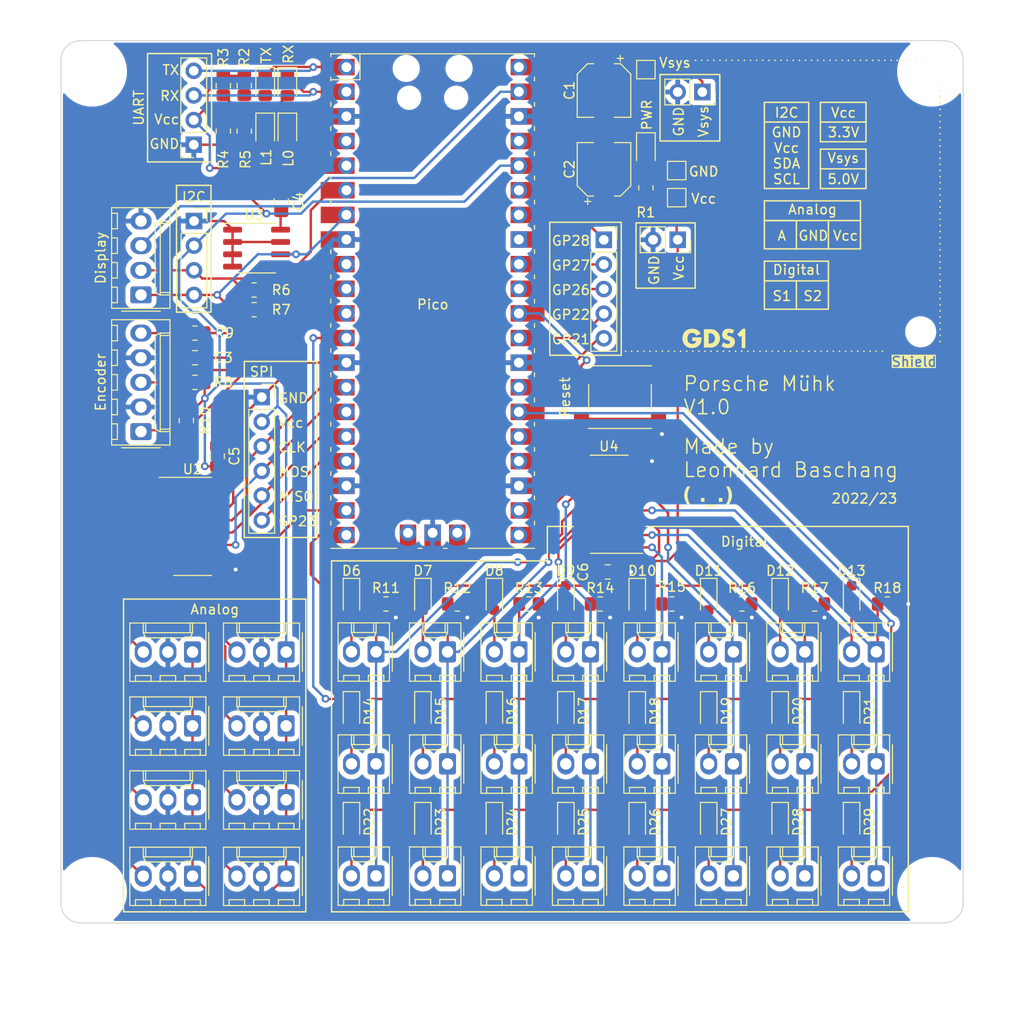
<source format=kicad_pcb>
(kicad_pcb (version 20240108) (generator "pcbnew") (generator_version "8.0")
  (layers (0 "F.Cu" signal) (31 "B.Cu" signal) (34 "B.Paste" user) (35 "F.Paste" user) (36 "B.SilkS" user "B.Silkscreen") (37 "F.SilkS" user "F.Silkscreen") (38 "B.Mask" user) (39 "F.Mask" user) (44 "Edge.Cuts" user))
  (net 0 "")
  (net 1 "VCC")
  (net 2 "GND")
  (net 3 "/ENCODER-CLK")
  (net 4 "+5V")
  (net 5 "/UART-TX")
  (net 6 "Net-(D1-A)")
  (net 7 "/SDA")
  (net 8 "/SCL")
  (net 9 "/UART-RX")
  (net 10 "Net-(D2-A)")
  (net 11 "Net-(D4-K)")
  (net 12 "Net-(D3-A)")
  (net 13 "Net-(D5-K)")
  (net 14 "Net-(D27-A)")
  (net 15 "Net-(D6-A)")
  (net 16 "Net-(D7-A)")
  (net 17 "Net-(D8-A)")
  (net 18 "Net-(D9-A)")
  (net 19 "Net-(D10-A)")
  (net 20 "Net-(D11-A)")
  (net 21 "Net-(D12-A)")
  (net 22 "Net-(D13-A)")
  (net 23 "Net-(D14-A)")
  (net 24 "Net-(D15-A)")
  (net 25 "Net-(D16-A)")
  (net 29 "Net-(D17-A)")
  (net 33 "/A0")
  (net 34 "/A1")
  (net 35 "/A2")
  (net 36 "/A3")
  (net 37 "/A4")
  (net 38 "/A5")
  (net 39 "/A6")
  (net 40 "/A7")
  (net 41 "Net-(D28-A)")
  (net 42 "Net-(D18-A)")
  (net 43 "Net-(D19-A)")
  (net 44 "Net-(D20-A)")
  (net 45 "Net-(D21-A)")
  (net 46 "Net-(D22-A)")
  (net 47 "/ENCODER-DT")
  (net 48 "Net-(D23-A)")
  (net 49 "Net-(D24-A)")
  (net 50 "Net-(D25-A)")
  (net 51 "Net-(D26-A)")
  (net 52 "Net-(D29-A)")
  (net 53 "/LED 0")
  (net 54 "Net-(J5-Pin_1)")
  (net 55 "/LED 1")
  (net 56 "/SPI-CLK")
  (net 57 "/SPI-MOSI")
  (net 58 "/SPI-MISO")
  (net 59 "/SPI-OUT-CS")
  (net 60 "/ENCODER-BUTTON")
  (net 61 "/AD-CS")
  (net 62 "/Column 0")
  (net 63 "/Column 1")
  (net 64 "/Column 2")
  (net 65 "/RESET-Switch")
  (net 66 "Net-(J5-Pin_2)")
  (net 67 "Net-(J28-Pin_1)")
  (net 68 "Net-(J5-Pin_3)")
  (net 69 "Net-(J5-Pin_4)")
  (net 70 "Net-(J5-Pin_5)")
  (net 71 "/DEMUX-E")
  (net 72 "/DEMUX-S0")
  (net 73 "/DEMUX-S1")
  (net 74 "/DEMUX-S2")
  (net 75 "Net-(J21-Pin_1)")
  (net 76 "Net-(J22-Pin_1)")
  (net 77 "Net-(J25-Pin_1)")
  (net 78 "Net-(J23-Pin_1)")
  (net 79 "Net-(J24-Pin_1)")
  (net 80 "Net-(J26-Pin_1)")
  (net 81 "Net-(J27-Pin_1)")
  (footprint "Connector_Molex:Molex_KK-254_AE-6410-02A_1x02_P2.54mm_Vertical" (layer "F.Cu") (at 91.313 106.152 180)
    (property "Reference" "J42" (hide yes))
    (property "Value" "Button Out 17")
  )
  (footprint "Diode_SMD:D_SOD-323_HandSoldering" (layer "F.Cu") (at 51.943 100.584 -90)
    (property "Reference" "D22")
    (property "Value" "1N4148WS")
  )
  (footprint "Resistor_SMD:R_0805_2012Metric_Pad1.20x1.40mm_HandSolder" (layer "F.Cu") (at 38.735 29.337 -90)
    (property "Reference" "R4")
    (property "Value" "82")
  )
  (footprint "MountingHole:MountingHole_3.2mm_M3" (layer "F.Cu") (at 111.8 107.8)
    (property "Reference" "REF**" (hide yes))
    (property "Value" "MountingHole_3.2mm_M3")
  )
  (footprint "Resistor_SMD:R_0805_2012Metric_Pad1.20x1.40mm_HandSolder" (layer "F.Cu") (at 35.814 55.245 180)
    (property "Reference" "R8")
    (property "Value" "10k")
  )
  (footprint "MountingHole:MountingHole_3.2mm_M3" (layer "F.Cu") (at 111.8 23.2)
    (property "Reference" "REF**" (hide yes))
    (property "Value" "MountingHole_3.2mm_M3")
  )
  (footprint "Resistor_SMD:R_0805_2012Metric_Pad1.20x1.40mm_HandSolder" (layer "F.Cu") (at 70.231 78.105 180)
    (property "Reference" "R13")
    (property "Value" "10k")
  )
  (footprint "Capacitor_SMD:CP_Elec_5x5.3" (layer "F.Cu") (at 77.978 25.146 -90)
    (property "Reference" "C1")
    (property "Value" "47µ")
  )
  (footprint "Resistor_SMD:R_0805_2012Metric_Pad1.20x1.40mm_HandSolder" (layer "F.Cu") (at 35.814 50.165 180)
    (property "Reference" "R9")
    (property "Value" "10k")
  )
  (footprint "Connector_Molex:Molex_KK-254_AE-6410-02A_1x02_P2.54mm_Vertical" (layer "F.Cu") (at 83.947 106.152 180)
    (property "Reference" "J41" (hide yes))
    (property "Value" "Button Out 14")
  )
  (footprint "Diode_SMD:D_SOD-323_HandSoldering" (layer "F.Cu") (at 88.773 89.154 -90)
    (property "Reference" "D19")
    (property "Value" "1N4148WS")
  )
  (footprint "Resistor_SMD:R_0805_2012Metric_Pad1.20x1.40mm_HandSolder" (layer "F.Cu") (at 38.735 24.638 90)
    (property "Reference" "R3")
    (property "Value" "82" (hide yes))
  )
  (footprint "Connector_Molex:Molex_KK-254_AE-6410-02A_1x02_P2.54mm_Vertical" (layer "F.Cu") (at 61.849 94.595 180)
    (property "Reference" "J30" (hide yes))
    (property "Value" "Button Out 4")
  )
  (footprint "Diode_SMD:D_SOD-323_HandSoldering" (layer "F.Cu") (at 81.407 89.154 -90)
    (property "Reference" "D18")
    (property "Value" "1N4148WS")
  )
  (footprint "Capacitor_SMD:C_0805_2012Metric_Pad1.18x1.45mm_HandSolder" (layer "F.Cu") (at 35.814 52.705 180)
    (property "Reference" "C3")
    (property "Value" "100n")
  )
  (footprint "Diode_SMD:D_SOD-323_HandSoldering" (layer "F.Cu") (at 66.675 100.584 -90)
    (property "Reference" "D24")
    (property "Value" "1N4148WS")
  )
  (footprint "Diode_SMD:D_SOD-323_HandSoldering" (layer "F.Cu") (at 103.505 89.154 -90)
    (property "Reference" "D21")
    (property "Value" "1N4148WS")
  )
  (footprint "Package_SO:SOIC-16_3.9x9.9mm_P1.27mm" (layer "F.Cu") (at 35.56 70.104)
    (property "Reference" "U2")
    (property "Value" "MCP3208")
  )
  (footprint "Resistor_SMD:R_0805_2012Metric_Pad1.20x1.40mm_HandSolder" (layer "F.Cu") (at 34.925 59.182 90)
    (property "Reference" "R10")
    (property "Value" "10k")
  )
  (footprint "Connector_Molex:Molex_KK-254_AE-6410-02A_1x02_P2.54mm_Vertical" (layer "F.Cu") (at 83.947 94.595 180)
    (property "Reference" "J33" (hide yes))
    (property "Value" "Button Out 13")
  )
  (footprint "Diode_SMD:D_SOD-323_HandSoldering" (layer "F.Cu") (at 59.309 77.47 -90)
    (property "Reference" "D7")
    (property "Value" "1N4148WS")
  )
  (footprint "Connector_Molex:Molex_KK-254_AE-6410-02A_1x02_P2.54mm_Vertical" (layer "F.Cu") (at 69.215 83.038 180)
    (property "Reference" "J23" (hide yes))
    (property "Value" "Button Out 6")
  )
  (footprint "Diode_SMD:D_SOD-323_HandSoldering" (layer "F.Cu") (at 81.407 77.47 -90)
    (property "Reference" "D10")
    (property "Value" "1N4148WS")
  )
  (footprint "Diode_SMD:D_SOD-323_HandSoldering" (layer "F.Cu") (at 81.407 100.584 -90)
    (property "Reference" "D26")
    (property "Value" "1N4148WS")
  )
  (footprint "Connector_Molex:Molex_KK-254_AE-6410-02A_1x02_P2.54mm_Vertical" (layer "F.Cu") (at 106.045 106.152 180)
    (property "Reference" "J44" (hide yes))
    (property "Value" "Button Out 23")
  )
  (footprint "Connector_Molex:Molex_KK-254_AE-6410-02A_1x02_P2.54mm_Vertical" (layer "F.Cu") (at 54.483 94.595 180)
    (property "Reference" "J29" (hide yes))
    (property "Value" "Button Out 1")
  )
  (footprint "Resistor_SMD:R_0805_2012Metric_Pad1.20x1.40mm_HandSolder" (layer "F.Cu") (at 62.865 78.105 180)
    (property "Reference" "R12")
    (property "Value" "10k")
  )
  (footprint "Button_Switch_SMD:SW_Push_1P1T_NO_6x6mm_H9.5mm" (layer "F.Cu") (at 79.629 56.769)
    (property "Reference" "SW1" (hide yes))
    (property "Value" "SW_Push")
  )
  (footprint "Diode_SMD:D_SOD-323_HandSoldering" (layer "F.Cu") (at 88.773 77.47 -90)
    (property "Reference" "D11")
    (property "Value" "1N4148WS")
  )
  (footprint "Diode_SMD:D_SOD-323_HandSoldering" (layer "F.Cu") (at 59.309 100.584 -90)
    (property "Reference" "D23")
    (property "Value" "1N4148WS")
  )
  (footprint "Resistor_SMD:R_0805_2012Metric_Pad1.20x1.40mm_HandSolder" (layer "F.Cu") (at 99.695 78.105 180)
    (property "Reference" "R17")
    (property "Value" "10k")
  )
  (footprint "MountingHole:MountingHole_2.2mm_M2" (layer "F.Cu") (at 110.628 50.033)
    (property "Reference" "REF**" (hide yes))
    (property "Value" "MountingHole_2.2mm_M2")
  )
  (footprint "Connector_Molex:Molex_KK-254_AE-6410-02A_1x02_P2.54mm_Vertical" (layer "F.Cu") (at 106.045 94.595 180)
    (property "Reference" "J36" (hide yes))
    (property "Value" "Button Out 22")
  )
  (footprint "Package_SO:SOIC-8_3.9x4.9mm_P1.27mm" (layer "F.Cu") (at 42.164 41.402)
    (property "Reference" "U3")
    (property "Value" "24LC64")
  )
  (footprint "Diode_SMD:D_SOD-323_HandSoldering" (layer "F.Cu") (at 96.139 77.47 -90)
    (property "Reference" "D12")
    (property "Value" "1N4148WS")
  )
  (footprint "Connector_Molex:Molex_KK-254_AE-6410-03A_1x03_P2.54mm_Vertical" (layer "F.Cu") (at 45.212 83.058 180)
    (property "Reference" "J20" (hide yes))
    (property "Value" "Analog Out 7")
  )
  (footprint "Connector_Molex:Molex_KK-254_AE-6410-03A_1x03_P2.54mm_Vertical" (layer "F.Cu") (at 35.56 83.058 180)
    (property "Reference" "J16" (hide yes))
    (property "Value" "Analog Out 3")
  )
  (footprint "Connector_Molex:Molex_KK-254_AE-6410-02A_1x02_P2.54mm_Vertical" (layer "F.Cu") (at 106.045 83.038 180)
    (property "Reference" "J28" (hide yes))
    (property "Value" "Button Out 21")
  )
  (footprint "Connector_Molex:Molex_KK-254_AE-6410-02A_1x02_P2.54mm_Vertical" (layer "F.Cu") (at 76.581 94.595 180)
    (property "Reference" "J32" (hide yes))
    (property "Value" "Button Out 10")
  )
  (footprint "Capacitor_SMD:C_0805_2012Metric_Pad1.18x1.45mm_HandSolder" (layer "F.Cu") (at 78.359 74.803)
    (property "Reference" "C6")
    (property "Value" "0.1µ")
  )
  (footprint "Connector_Molex:Molex_KK-254_AE-6410-02A_1x02_P2.54mm_Vertical" (layer "F.Cu") (at 91.313 94.595 180)
    (property "Reference" "J34" (hide yes))
    (property "Value" "Button Out 16")
  )
  (footprint "Resistor_SMD:R_0805_2012Metric_Pad1.20x1.40mm_HandSolder" (layer "F.Cu") (at 55.499 78.105 180)
    (property "Reference" "R11")
    (property "Value" "10k")
  )
  (footprint "Package_SO:SO-16_3.9x9.9mm_P1.27mm" (layer "F.Cu") (at 78.521 67.818 180)
    (property "Reference" "U4")
    (property "Value" "74HC4051")
  )
  (footprint "Diode_SMD:D_SOD-323_HandSoldering" (layer "F.Cu") (at 96.139 89.154 -90)
    (property "Reference" "D20")
    (property "Value" "1N4148WS")
  )
  (footprint "customLogos:gds1_logo" (layer "F.Cu") (at 89.308529 50.71)
    (property "Reference" "G***" (hide yes))
    (property "Value" "LOGO" (hide yes))
  )
  (footprint "Resistor_SMD:R_0805_2012Metric_Pad1.20x1.40mm_HandSolder" (layer "F.Cu") (at 40.894 29.337 -90)
    (property "Reference" "R5")
    (property "Value" "82")
  )
  (footprint "Resistor_SMD:R_0805_2012Metric_Pad1.20x1.40mm_HandSolder" (layer "F.Cu") (at 84.963 78.105 180)
    (property "Reference" "R15")
    (property "Value" "10k")
  )
  (footprint "Connector_Molex:Molex_KK-254_AE-6410-02A_1x02_P2.54mm_Vertical" (layer "F.Cu") (at 61.849 106.152 180)
    (property "Reference" "J38" (hide yes))
    (property "Value" "Button Out 5")
  )
  (footprint "LED_SMD:LED_0805_2012Metric_Pad1.15x1.40mm_HandSolder" (layer "F.Cu") (at 45.339 29.337 -90)
    (property "Reference" "D4" (hide yes))
    (property "Value" "LED 0")
  )
  (footprint "Connector_Molex:Molex_KK-254_AE-6410-02A_1x02_P2.54mm_Vertical" (layer "F.Cu") (at 61.849 83.038 180)
    (property "Reference" "J22" (hide yes))
    (property "Value" "Button Out 3")
  )
  (footprint "TestPoint:TestPoint_Pad_1.5x1.5mm" (layer "F.Cu") (at 82.296 22.987)
    (property "Reference" "J6" (hide yes))
    (property "Value" "Test pad")
  )
  (footprint "Connector_Molex:Molex_KK-254_AE-6410-03A_1x03_P2.54mm_Vertical" (layer "F.Cu") (at 35.56 106.176 180)
    (property "Reference" "J13" (hide yes))
    (property "Value" "Analog Out 0")
  )
  (footprint "Connector_Molex:Molex_KK-254_AE-6410-02A_1x02_P2.54mm_Vertical" (layer "F.Cu") (at 69.215 106.152 180)
    (property "Reference" "J39" (hide yes))
    (property "Value" "Button Out 8")
  )
  (footprint "Diode_SMD:D_SOD-323_HandSoldering" (layer "F.Cu") (at 74.041 89.154 -90)
    (property "Reference" "D17")
    (property "Value" "1N4148WS")
  )
  (footprint "Connector_Molex:Molex_KK-254_AE-6410-02A_1x02_P2.54mm_Vertical" (layer "F.Cu") (at 76.581 106.152 180)
    (property "Reference" "J40" (hide yes))
    (property "Value" "Button Out 11")
  )
  (footprint "Connector_PinSocket_2.54mm:PinSocket_1x04_P2.54mm_Vertical" (layer "F.Cu") (at 35.712 38.608)
    (property "Reference" "J3" (hide yes))
    (property "Value" "I2C Out")
  )
  (footprint "Resistor_SMD:R_0805_2012Metric_Pad1.20x1.40mm_HandSolder" (layer "F.Cu") (at 92.202 78.105 180)
    (property "Reference" "R16")
    (property "Value" "10k")
  )
  (footprint "Connector_Molex:Molex_KK-254_AE-6410-02A_1x02_P2.54mm_Vertical" (layer "F.Cu") (at 69.215 94.595 180)
    (property "Reference" "J31" (hide yes))
    (property "Value" "Button Out 7")
  )
  (footprint "Resistor_SMD:R_0805_2012Metric_Pad1.20x1.40mm_HandSolder" (layer "F.Cu") (at 107.188 78.105 180)
    (property "Reference" "R18")
    (property "Value" "10k")
  )
  (footprint "Connector_Molex:Molex_KK-254_AE-6410-02A_1x02_P2.54mm_Vertical" (layer "F.Cu") (at 91.313 83.038 180)
    (property "Reference" "J26" (hide yes))
    (property "Value" "Button Out 15")
  )
  (footprint "Diode_SMD:D_SOD-323_HandSoldering" (layer "F.Cu") (at 59.309 89.154 -90)
    (property "Reference" "D15")
    (property "Value" "1N4148WS")
  )
  (footprint "Connector_Molex:Molex_KK-254_AE-6410-02A_1x02_P2.54mm_Vertical" (layer "F.Cu") (at 98.679 94.595 180)
    (property "Reference" "J35" (hide yes))
    (property "Value" "Button Out 19")
  )
  (footprint "Diode_SMD:D_SOD-323_HandSoldering" (layer "F.Cu") (at 103.505 100.584 -90)
    (property "Reference" "D29")
    (property "Value" "1N4148WS")
  )
  (footprint "Connector_Molex:Molex_KK-254_AE-6410-03A_1x03_P2.54mm_Vertical" (layer "F.Cu") (at 35.56 98.298 180)
    (property "Reference" "J14" (hide yes))
    (property "Value" "Analog Out 1")
  )
  (footprint "Resistor_SMD:R_0805_2012Metric_Pad1.20x1.40mm_HandSolder" (layer "F.Cu") (at 41.91 47.752)
    (property "Reference" "R7")
    (property "Value" "4,7k")
  )
  (footprint "Connector_Molex:Molex_KK-254_AE-6410-02A_1x02_P2.54mm_Vertical" (layer "F.Cu") (at 83.947 83.038 180)
    (property "Reference" "J25" (hide yes))
    (property "Value" "Button Out 12")
  )
  (footprint "Connector_PinSocket_2.54mm:PinSocket_1x04_P2.54mm_Vertical" (layer "F.Cu") (at 35.687 30.734 180)
    (property "Reference" "J1" (hide yes))
    (property "Value" "UART Out")
  )
  (footprint "Connector_PinSocket_2.54mm:PinSocket_1x06_P2.54mm_Vertical" (layer "F.Cu") (at 42.697 56.769)
    (property "Reference" "J4" (hide yes))
    (property "Value" "SPI Out")
  )
  (footprint "Diode_SMD:D_SOD-323_HandSoldering" (layer "F.Cu") (at 74.041 100.584 -90)
    (property "Reference" "D25")
    (property "Value" "1N4148WS")
  )
  (footprint "Resistor_SMD:R_0805_2012Metric_Pad1.20x1.40mm_HandSolder" (layer "F.Cu") (at 41.91 45.72)
    (property "Reference" "R6")
    (property "Value" "4,7k")
  )
  (footprint "Connector_Molex:Molex_KK-254_AE-6410-03A_1x03_P2.54mm_Vertical" (layer "F.Cu") (at 45.212 90.678 180)
    (property "Reference" "J19" (hide yes))
    (property "Value" "Analog Out 6")
  )
  (footprint "Connector_Molex:Molex_KK-254_AE-6410-02A_1x02_P2.54mm_Vertical" (layer "F.Cu") (at 54.483 83.038 180)
    (property "Reference" "J21" (hide yes))
    (property "Value" "Button Out 0")
  )
  (footprint "Diode_SMD:D_SOD-323_HandSoldering" (layer "F.Cu") (at 103.505 77.47 -90)
    (property "Reference" "D13")
    (property "Value" "1N4148WS")
  )
  (footprint "LED_SMD:LED_0805_2012Metric_Pad1.15x1.40mm_HandSolder" (layer "F.Cu") (at 82.296 31.369 -90)
    (property "Reference" "D1" (hide yes))
    (property "Value" "Power LED")
  )
  (footprint "Capacitor_SMD:C_0805_2012Metric_Pad1.18x1.45mm_HandSolder" (layer "F.Cu") (at 44.704 36.576 90)
    (property "Reference" "C4")
    (property "Value" "0.1µ")
  )
  (footprint "TestPoint:TestPoint_Pad_1.5x1.5mm" (layer "F.Cu") (at 85.471 36.195)
    (property "Reference" "J10" (hide yes))
    (property "Value" "Test pad")
  )
  (footprint "TestPoint:TestPoint_Pad_1.5x1.5mm" (layer "F.Cu") (at 85.471 33.401)
    (property "Reference" "J9" (hide yes))
    (property "Value" "Test pad")
  )
  (footprint "Diode_SMD:D_SOD-323_HandSoldering" (layer "F.Cu") (at 51.943 77.47 -90)
    (property "Reference" "D6")
    (property "Value" "1N4148WS")
  )
  (footprint "Diode_SMD:D_SOD-323_HandSoldering" (layer "F.Cu") (at 88.773 100.584 -90)
    (property "Reference" "D27")
    (property "Value" "1N4148WS")
  )
  (footprint "Diode_SMD:D_SOD-323_HandSoldering" (layer "F.Cu") (at 74.041 77.47 -90)
    (property "Reference" "D9")
    (property "Value" "1N4148WS")
  )
  (footprint "Diode_SMD:D_SOD-323_HandSoldering" (layer "F.Cu") (at 66.675 89.154 -90)
    (property "Reference" "D16")
    (property "Value" "1N4148WS")
  )
  (footprint "Connector_Molex:Molex_KK-254_AE-6410-04A_1x04_P2.54mm_Vertical" (layer "F.Cu") (at 30.246 46.228 90)
    (property "Reference" "J2" (hide yes))
    (property "Value" "Display")
  )
  (footprint "Diode_SMD:D_SOD-323_HandSoldering" (layer "F.Cu") (at 51.943 89.154 -90)
    (property "Reference" "D14")
    (property "Value" "1N4148WS")
  )
  (footprint "Resistor_SMD:R_0805_2012Metric_Pad1.20x1.40mm_HandSolder" (layer "F.Cu") (at 82.296 35.179 -90)
    (property "Reference" "R1")
    (property "Value" "82")
  )
  (footprint "LED_SMD:LED_0805_2012Metric_Pad1.15x1.40mm_HandSolder" (layer "F.Cu") (at 43.053 29.337 -90)
    (property "Reference" "D5" (hide yes))
    (property "Value" "LED 1")
  )
  (footprint "Resistor_SMD:R_0805_2012Metric_Pad1.20x1.40mm_HandSolder" (layer "F.Cu") (at 77.597 78.105 180)
    (property "Reference" "R14")
    (property "Value" "10k")
  )
  (footprint "Connector_Molex:Molex_KK-254_AE-6410-05A_1x05_P2.54mm_Vertical" (layer "F.Cu") (at 30.246 60.325 90)
    (property "Reference" "J45" (hide yes))
    (property "Value" "Conn_01x05_Pin")
  )
  (footprint "Connector_Molex:Molex_KK-254_AE-6410-02A_1x02_P2.54mm_Vertical" (layer "F.Cu") (at 98.679 83.038 180)
    (property "Reference" "J27" (hide yes))
    (property "Value" "Button Out 18")
  )
  (footprint "LED_SMD:LED_0805_2012Metric_Pad1.15x1.40mm_HandSolder" (layer "F.Cu") (at 43.053 24.638 -90)
    (property "Reference" "D2" (hide yes))
    (property "Value" "TX")
  )
  (footprint "Connector_PinSocket_2.54mm:PinSocket_1x05_P2.54mm_Vertical" (layer "F.Cu") (at 77.958 40.543)
    (property "Reference" "J5" (hide yes))
    (property "Value" "Conn_01x05_Socket")
  )
  (footprint "Capacitor_SMD:CP_Elec_5x5.3" (layer "F.Cu") (at 77.978 33.274 90)
    (property "Reference" "C2")
    (property "Value" "47µ")
  )
  (footprint "MountingHole:MountingHole_3.2mm_M3" (layer "F.Cu") (at 25.2 107.8)
    (property "Reference" "REF**" (hide yes))
    (property "Value" "MountingHole_3.2mm_M3")
  )
  (footprint "Resistor_SMD:R_0805_2012Metric_Pad1.20x1.40mm_HandSolder" (layer "F.Cu") (at 40.894 24.638 90)
    (property "Reference" "R2")
    (property "Value" "82" (hide yes))
  )
  (footprint "Connector_Molex:Molex_KK-254_AE-6410-02A_1x02_P2.54mm_Vertical" (layer "F.Cu") (at 54.483 106.152 180)
    (property "Reference" "J37" (hide yes))
    (property "Value" "Button Out 2")
  )
  (footprint "Connector_Molex:Molex_KK-254_AE-6410-02A_1x02_P2.54mm_Vertical" (layer "F.Cu") (at 98.679 106.152 180)
    (property "Reference" "J43" (hide yes))
    (property "Value" "Button Out 20")
  )
  (footprint "LED_SMD:LED_0805_2012Metric_Pad1.15x1.40mm_HandSolder" (layer "F.Cu") (at 45.339 24.638 -90)
    (property "Reference" "D3" (hide yes))
    (property "Value" "RX")
  )
  (footprint "Connector_PinSocket_2.54mm:PinSocket_1x02_P2.54mm_Vertical" (layer "F.Cu") (at 88.118 25.298 -90)
    (property "Reference" "J8" (hide yes))
    (property "Value" "Conn_01x02_Socket")
  )
  (footprint "MountingHole:MountingHole_3.2mm_M3" (layer "F.Cu") (at 25.2 23.2)
    (property "Reference" "REF**" (hide yes))
    (property "Value" "MountingHole_3.2mm_M3")
  )
  (footprint "Connector_Molex:Molex_KK-254_AE-6410-03A_1x03_P2.54mm_Vertical" (layer "F.Cu") (at 45.212 98.298 180)
    (property "Reference" "J18" (hide yes))
    (property "Value" "Analog Out 5")
  )
  (footprint "Connector_PinSocket_2.54mm:PinSocket_1x02_P2.54mm_Vertical" (layer "F.Cu") (at 85.578 40.538 -90)
    (property "Reference" "J7" (hide yes))
    (property "Value" "Conn_01x02_Socket")
  )
  (footprint "MCU_RaspberryPi_and_Boards:RPi_Pico_SMD_TH" (layer "F.Cu") (at 60.313 46.863)
    (property "Reference" "U1" (hide yes))
    (property "Value" "Pico")
  )
  (footprint "Connector_Molex:Molex_KK-254_AE-6410-03A_1x03_P2.54mm_Vertical" (layer "F.Cu") (at 45.212 106.176 180)
    (property "Reference" "J17" (hide yes))
    (property "Value" "Analog Out 4")
  )
  (footprint "Connector_Molex:Molex_KK-254_AE-6410-02A_1x02_P2.54mm_Vertical" (layer "F.Cu") (at 76.581 83.038 180)
    (property "Reference" "J24" (hide yes))
    (property "Value" "Button Out 9")
  )
  (footprint "Diode_SMD:D_SOD-323_HandSoldering" (layer "F.Cu") (at 66.675 77.47 -90)
    (property "Reference" "D8")
    (property "Value" "1N4148WS")
  )
  (footprint "Capacitor_SMD:C_0805_2012Metric_Pad1.18x1.45mm_HandSolder" (layer "F.Cu") (at 38.1 62.865 90)
    (property "Reference" "C5")
    (property "Value" "0.1µ")
  )
  (footprint "Connector_Molex:Molex_KK-254_AE-6410-03A_1x03_P2.54mm_Vertical" (layer "F.Cu") (at 35.56 90.678 180)
    (property "Reference" "J15" (hide yes))
    (property "Value" "Analog Out 2")
  )
  (footprint "Diode_SMD:D_SOD-323_HandSoldering" (layer "F.Cu") (at 96.139 100.584 -90)
    (property "Reference" "D28")
    (property "Value" "1N4148WS")
  )
  (gr_rect (start 72.39 38.735) (end 79.756 52.451) (stroke (width 0.15)) (fill none) (layer "F.SilkS"))
  (gr_line (start 112.628 22.033) (end 112.628 51.44) (stroke (width 0.15) (type dot)) (layer "F.SilkS"))
  (gr_line (start 94.50925 44.78) (end 101.11325 44.78) (stroke (width 0.15)) (layer "F.SilkS"))
  (gr_line (start 72.136 70.104) (end 74.803 70.104) (stroke (width 0.15)) (layer "F.SilkS"))
  (gr_line (start 104.98675 31.191) (end 104.98675 35.255) (stroke (width 0.15)) (layer "F.SilkS"))
  (gr_rect (start 94.50925 26.365) (end 99.08125 35.255) (stroke (width 0.15)) (fill none) (layer "F.SilkS"))
  (gr_line (start 109.347 70.104) (end 109.347 73.787) (stroke (width 0.15)) (layer "F.SilkS"))
  (gr_line (start 72.136 73.66) (end 49.894 73.66) (stroke (width 0.15)) (layer "F.SilkS"))
  (gr_line (start 100.327464 28.397) (end 104.98675 28.397) (stroke (width 0.15)) (layer "F.SilkS"))
  (gr_line (start 94.63625 38.557) (end 97.68425 38.557) (stroke (width 0.15)) (layer "F.SilkS"))
  (gr_line (start 82.296 70.104) (end 109.347 70.104) (stroke (width 0.15)) (layer "F.SilkS"))
  (gr_rect (start 81.28 38.7985) (end 87.376 45.5295) (stroke (width 0.15)) (fill none) (layer "F.SilkS"))
  (gr_rect (start 28.448 77.597) (end 47.244 109.855) (stroke (width 0.15)) (fill none) (layer "F.SilkS"))
  (gr_line (start 100.28775 30.429) (end 104.98675 30.429) (stroke (width 0.15)) (layer "F.SilkS"))
  (gr_rect (start 33.909 34.925) (end 37.465 48.006) (stroke (width 0.15)) (fill none) (layer "F.SilkS"))
  (gr_line (start 104.98675 26.365) (end 104.98675 30.429) (stroke (width 0.15)) (layer "F.SilkS"))
  (gr_line (start 100.28775 30.429) (end 100.28775 26.365) (stroke (width 0.15)) (layer "F.SilkS"))
  (gr_line (start 97.81125 44.78) (end 97.81125 47.701) (stroke (width 0.15)) (layer "F.SilkS"))
  (gr_rect (start 94.50925 36.525) (end 104.41525 41.478) (stroke (width 0.15)) (fill none) (layer "F.SilkS"))
  (gr_line (start 97.81125 38.557) (end 97.81125 41.478) (stroke (width 0.15)) (layer "F.SilkS"))
  (gr_line (start 109.347 109.855) (end 49.894 109.855) (stroke (width 0.15)) (layer "F.SilkS"))
  (gr_line (start 100.28775 26.365) (end 104.98675 26.365) (stroke (width 0.15)) (layer "F.SilkS"))
  (gr_line (start 94.50925 28.397) (end 99.08125 28.397) (stroke (width 0.15)) (layer "F.SilkS"))
  (gr_line (start 100.28775 31.191) (end 104.98675 31.191) (stroke (width 0.15)) (layer "F.SilkS"))
  (gr_line (start 112.628 22.033) (end 86.868 22.033) (stroke (width 0.15) (type dot)) (layer "F.SilkS"))
  (gr_line (start 100.28775 35.255) (end 104.98675 35.255) (stroke (width 0.15)) (layer "F.SilkS"))
  (gr_line (start 94.50925 38.557) (end 104.41525 38.557) (stroke (width 0.15)) (layer "F.SilkS"))
  (gr_rect (start 40.894 53.086) (end 48.387 71.247) (stroke (width 0.15)) (fill none) (layer "F.SilkS"))
  (gr_line (start 101.11325 38.557) (end 101.11325 41.478) (stroke (width 0.15)) (layer "F.SilkS"))
  (gr_rect (start 83.7565 23.495) (end 89.916 30.353) (stroke (width 0.15)) (fill none) (layer "F.SilkS"))
  (gr_line (start 106.68 52.033) (end 80.01 52.033) (stroke (width 0.15) (type dot)) (layer "F.SilkS"))
  (gr_rect (start 94.50925 42.748) (end 101.11325 47.701) (stroke (width 0.15)) (fill none) (layer "F.SilkS"))
  (gr_line (start 72.136 73.66) (end 72.136 70.104) (stroke (width 0.15)) (layer "F.SilkS"))
  (gr_line (start 100.28775 35.255) (end 100.28775 31.191) (stroke (width 0.15)) (layer "F.SilkS"))
  (gr_rect (start 30.9245 21.336) (end 37.5285 32.512) (stroke (width 0.15)) (fill none) (layer "F.SilkS"))
  (gr_line (start 100.28775 33.223) (end 104.98675 33.223) (stroke (width 0.15)) (layer "F.SilkS"))
  (gr_line (start 109.347 73.787) (end 109.347 109.855) (stroke (width 0.15)) (layer "F.SilkS"))
  (gr_line (start 49.894 109.855) (end 49.894 73.66) (stroke (width 0.15)) (layer "F.SilkS"))
  (gr_arc (start 24 111) (mid 22.585786 110.414214) (end 22 109) (stroke (width 0.1)) (layer "Edge.Cuts"))
  (gr_line (start 113 111) (end 24 111) (stroke (width 0.1)) (layer "Edge.Cuts"))
  (gr_line (start 22 109) (end 22 22) (stroke (width 0.1)) (layer "Edge.Cuts"))
  (gr_arc (start 22 22) (mid 22.585786 20.585786) (end 24 20) (stroke (width 0.1)) (layer "Edge.Cuts"))
  (gr_arc (start 115 109) (mid 114.414214 110.414214) (end 113 111) (stroke (width 0.1)) (layer "Edge.Cuts"))
  (gr_arc (start 113 20) (mid 114.414214 20.585786) (end 115 22) (stroke (width 0.1)) (layer "Edge.Cuts"))
  (gr_line (start 113 20) (end 24 20) (stroke (width 0.1)) (layer "Edge.Cuts"))
  (gr_line (start 115 22) (end 115 109) (stroke (width 0.1)) (layer "Edge.Cuts"))
  (gr_text "Porsche Mühk \nV1.0" (at 86.065047 58.674 0) (layer "F.SilkS") (effects (font (size 1.5 1.5) (thickness 0.153) (bold yes)) (justify left bottom)))
  (gr_text "TX" (at 32.369095 23.622 0) (layer "F.SilkS") (effects (font (size 1 1) (thickness 0.153)) (justify left bottom)))
  (gr_text "Vcc" (at 44.323 60.00025 0) (layer "F.SilkS") (effects (font (size 1 1) (thickness 0.153)) (justify left bottom)))
  (gr_text "Vcc" (at 101.283893 28.016 0) (layer "F.SilkS") (effects (font (size 1 1) (thickness 0.153)) (justify left bottom)))
  (gr_text "GND" (at 44.323 57.46025 0) (layer "F.SilkS") (effects (font (size 1 1) (thickness 0.153)) (justify left bottom)))
  (gr_text "( ._.)" (at 86.065047 67.818 0) (layer "F.SilkS") (effects (font (size 1.5 1.5) (thickness 0.153) (bold yes)) (justify left bottom)))
  (gr_text "Made by\nLeonhard Baschang" (at 86.065047 65.151 0) (layer "F.SilkS") (effects (font (size 1.5 1.5) (thickness 0.153) (bold yes)) (justify left bottom)))
  (gr_text "Encoder" (at 26.67 58.312441 90) (layer "F.SilkS") (effects (font (size 1 1) (thickness 0.153)) (justify left bottom)))
  (gr_text "SPI" (at 41.370215 54.737 0) (layer "F.SilkS") (effects (font (size 1 1) (thickness 0.153)) (justify left bottom)))
  (gr_text "GND\nVcc\nSDA\nSCL" (at 96.79525 34.874 0) (layer "F.SilkS") (effects (font (size 1 1) (thickness 0.153)) (justify bottom)))
  (gr_text "Vsys" (at 83.566 22.86 0) (layer "F.SilkS") (effects (font (size 1 1) (thickness 0.153)) (justify left bottom)))
  (gr_text "Vcc" (at 86.26925 44.831 90) (layer "F.SilkS") (effects (font (size 1 1) (thickness 0.153)) (justify left bottom)))
  (gr_text "Digital" (at 95.291429 44.2212 0) (layer "F.SilkS") (effects (font (size 1 1) (thickness 0.153)) (justify left bottom)))
  (gr_text "GP22" (at 72.517 48.8505 0) (layer "F.SilkS") (effects (font (size 1 1) (thickness 0.153)) (justify left bottom)))
  (gr_text "Reset" (at 74.549 58.90412 90) (layer "F.SilkS") (effects (font (size 1 1) (thickness 0.153)) (justify left bottom)))
  (gr_text "Digital" (at 89.936178 72.263 0) (layer "F.SilkS") (effects (font (size 1 1) (thickness 0.153)) (justify left bottom)))
  (gr_text "Display" (at 26.67 45.199727 90) (layer "F.SilkS") (effects (font (size 1 1) (thickness 0.153)) (justify left bottom)))
  (gr_text "RX" (at 46.03025 22.479 90) (layer "F.SilkS") (effects (font (size 1 1) (thickness 0.153)) (justify left bottom)))
  (gr_text "Vcc\n" (at 31.511952 28.702 0) (layer "F.SilkS") (effects (font (size 1 1) (thickness 0.153)) (justify left bottom)))
  (gr_text "GND" (at 86.26925 29.972 90) (layer "F.SilkS") (effects (font (size 1 1) (thickness 0.153)) (justify left bottom)))
  (gr_text "GP23" (at 44.323 70.16025 0) (layer "F.SilkS") (effects (font (size 1 1) (thickness 0.153)) (justify left bottom)))
  (gr_text "MISO" (at 44.323 67.62025 0) (layer "F.SilkS") (effects (font (size 1 1) (thickness 0.153)) (justify left bottom)))
  (gr_text "RX" (at 32.131 26.289 0) (layer "F.SilkS") (effects (font (size 1 1) (thickness 0.153)) (justify left bottom)))
  (gr_text "Shield" (at 107.53 53.71 0) (layer "F.SilkS" knockout) (effects (font (size 1 1) (thickness 0.153)) (justify left bottom)))
  (gr_text "Vcc" (at 86.868 36.88625 0) (layer "F.SilkS") (effects (font (size 1 1) (thickness 0.153)) (justify left bottom)))
  (gr_text "GP21" (at 72.517 51.3905 0) (layer "F.SilkS") (effects (font (size 1 1) (thickness 0.153)) (justify left bottom)))
  (gr_text "3.3V" (at 100.95056 30.048 0) (layer "F.SilkS") (effects (font (size 1 1) (thickness 0.153)) (justify left bottom)))
  (gr_text "5.0V" (at 100.930703 34.874 0) (layer "F.SilkS") (effects (font (size 1 1) (thickness 0.153)) (justify left bottom)))
  (gr_text "PWR" (at 82.98725 29.337 90) (layer "F.SilkS") (effects (font (size 1 1) (thickness 0.153)) (justify left bottom)))
  (gr_text "GND" (at 83.72925 45.30719 90) (layer "F.SilkS") (effects (font (size 1 1) (thickness 0.153)) (justify left bottom)))
  (gr_text "2022/23" (at 101.346 67.818 0) (layer "F.SilkS") (effects (font (size 1 1) (thickness 0.153)) (justify left bottom)))
  (gr_text "I2C" (at 34.381465 36.703 0) (layer "F.SilkS") (effects (font (size 1 1) (thickness 0.153)) (justify left bottom)))
  (gr_text "GND" (at 31.035762 31.242 0) (layer "F.SilkS") (effects (font (size 1 1) (thickness 0.153)) (justify left bottom)))
  (gr_text "GP28" (at 72.517 41.2305 0) (layer "F.SilkS") (effects (font (size 1 1) (thickness 0.153)) (justify left bottom)))
  (gr_text "I2C\n" (at 95.489715 28.016 0) (layer "F.SilkS") (effects (font (size 1 1) (thickness 0.153)) (justify left bottom)))
  (gr_text "TX" (at 43.74425 22.479 90) (layer "F.SilkS") (effects (font (size 1 1) (thickness 0.153)) (justify left bottom)))
  (gr_text "L0" (at 46.03025 32.131 90) (layer "F.SilkS") (effects (font (size 1 1) (thickness 0.153)) (justify bottom)))
  (gr_text "A" (at 95.77925 40.705 0) (layer "F.SilkS") (effects (font (size 1 1) (thickness 0.153)) (justify left bottom)))
  (gr_text "Vcc" (at 101.49425 40.705 0) (layer "F.SilkS") (effects (font (size 1 1) (thickness 0.153)) (justify left bottom)))
  (gr_text "Vsys" (at 100.930702 32.6896 0) (layer "F.SilkS") (effects (font (size 1 1) (thickness 0.153)) (justify left bottom)))
  (gr_text "S1" (at 95.27125 46.928 0) (layer "F.SilkS") (effects (font (size 1 1) (thickness 0.153)) (justify left bottom)))
  (gr_text "Pico" (at 58.606453 47.7955 0) (layer "F.SilkS") (effects (font (size 1 1) (thickness 0.153)) (justify left bottom)))
  (gr_text "GP27" (at 72.517 43.7705 0) (layer "F.SilkS") (effects (font (size 1 1) (thickness 0.153)) (justify left bottom)))
  (gr_text "GND" (at 86.629905 34.09225 0) (layer "F.SilkS") (effects (font (size 1 1) (thickness 0.153)) (justify left bottom)))
  (gr_text "MOSI" (at 44.323 65.08025 0) (layer "F.SilkS") (effects (font (size 1 1) (thickness 0.153)) (justify left bottom)))
  (gr_text "GP26" (at 72.517 46.3105 0) (layer "F.SilkS") (effects (font (size 1 1) (thickness 0.153)) (justify left bottom)))
  (gr_text "L1" (at 43.74425 33.02 90) (layer "F.SilkS") (effects (font (size 1 1) (thickness 0.153)) (justify left bottom)))
  (gr_text "GND" (at 97.93825 40.705 0) (layer "F.SilkS") (effects (font (size 1 1) (thickness 0.153)) (justify left bottom)))
  (gr_text "Analog" (at 96.871 37.9982 0) (layer "F.SilkS") (effects (font (size 1 1) (thickness 0.153)) (justify left bottom)))
  (gr_text "Analog" (at 35.25475 79.248 0) (layer "F.SilkS") (effects (font (size 1 1) (thickness 0.153)) (justify left bottom)))
  (gr_text "S2" (at 98.44625 46.928 0) (layer "F.SilkS") (effects (font (size 1 1) (thickness 0.153)) (justify left bottom)))
  (gr_text "Vsys" (at 88.80925 30.067238 90) (layer "F.SilkS") (effects (font (size 1 1) (thickness 0.153)) (justify left bottom)))
  (gr_text "UART" (at 30.607 28.858584 90) (layer "F.SilkS") (effects (font (size 1 1) (thickness 0.153)) (justify left bottom)))
  (gr_text "CLK" (at 44.323 62.54025 0) (layer "F.SilkS") (effects (font (size 1 1) (thickness 0.153)) (justify left bottom)))
  (segment (start 44.704 37.6135) (end 44.4715 37.846) (width 0.25) (layer "F.Cu") (net 1))
  (segment (start 45.212 83.058) (end 45.212 90.678) (width 0.25) (layer "F.Cu") (net 1))
  (segment (start 77.978 35.474) (end 78.683 36.179) (width 0.25) (layer "F.Cu") (net 1))
  (segment (start 42.91 45.72) (end 42.91 47.752) (width 0.25) (layer "F.Cu") (net 1))
  (segment (start 37.084 25.289) (end 37.084 26.797) (width 0.25) (layer "F.Cu") (net 1))
  (segment (start 40.497 50.165) (end 38.354 50.165) (width 0.25) (layer "F.Cu") (net 1))
  (segment (start 77.3215 73.6815) (end 77.343 73.66) (width 0.25) (layer "F.Cu") (net 1))
  (segment (start 36.83 56.896) (end 36.814 56.88) (width 0.25) (layer "F.Cu") (net 1))
  (segment (start 38.1 63.9025) (end 38.1 65.594) (width 0.25) (layer "F.Cu") (net 1))
  (segment (start 37.338 33.147) (end 38.481 33.147) (width 0.25) (layer "F.Cu") (net 1))
  (segment (start 85.471 40.431) (end 85.578 40.538) (width 0.25) (layer "F.Cu") (net 1))
  (segment (start 38.481 33.147) (end 43.18 37.846) (width 0.25) (layer "F.Cu") (net 1))
  (segment (start 45.212 98.298) (end 45.212 106.176) (width 0.25) (layer "F.Cu") (net 1))
  (segment (start 36.814 56.88) (end 36.814 55.245) (width 0.25) (layer "F.Cu") (net 1))
  (segment (start 82.804 73.66) (end 84.582 73.66) (width 0.25) (layer "F.Cu") (net 1))
  (segment (start 36.83 63.9025) (end 38.1 63.9025) (width 0.25) (layer "F.Cu") (net 1))
  (segment (start 85.471 36.195) (end 85.471 40.431) (width 0.25) (layer "F.Cu") (net 1))
  (segment (start 84.582 73.66) (end 85.578 72.664) (width 0.25) (layer "F.Cu") (net 1))
  (segment (start 35.56 90.678) (end 35.56 98.298) (width 0.25) (layer "F.Cu") (net 1))
  (segment (start 82.804 69.723) (end 81.096 69.723) (width 0.25) (layer "F.Cu") (net 1))
  (segment (start 34.925 58.182) (end 35.544 58.182) (width 0.25) (layer "F.Cu") (net 1))
  (segment (start 43.311 108.077) (end 37.461 108.077) (width 0.25) (layer "F.Cu") (net 1))
  (segment (start 83.656 70.575) (end 82.804 69.723) (width 0.25) (layer "F.Cu") (net 1))
  (segment (start 82.804 73.66) (end 83.656 72.808) (width 0.25) (layer "F.Cu") (net 1))
  (segment (start 77.343 73.66) (end 82.804 73.66) (width 0.25) (layer "F.Cu") (net 1))
  (segment (start 44.639 37.6785) (end 44.704 37.6135) (width 0.25) (layer "F.Cu") (net 1))
  (segment (start 44.4715 37.846) (end 43.18 37.846) (width 0.25) (layer "F.Cu") (net 1))
  (segment (start 38.035 65.659) (end 38.035 66.929) (width 0.25) (layer "F.Cu") (net 1))
  (segment (start 45.212 90.678) (end 45.212 98.298) (width 0.25) (layer "F.Cu") (net 1))
  (segment (start 85.578 72.664) (end 85.578 40.538) (width 0.25) (layer "F.Cu") (net 1))
  (segment (start 35.56 83.058) (end 35.56 90.678) (width 0.25) (layer "F.Cu") (net 1))
  (segment (start 75.397 32.893) (end 69.203 32.893) (width 0.25) (layer "F.Cu") (net 1))
  (segment (start 45.212 106.176) (end 43.311 108.077) (width 0.25) (layer "F.Cu") (net 1))
  (segment (start 82.296 36.179) (end 82.312 36.195) (width 0.25) (layer "F.Cu") (net 1))
  (segment (start 36.814 50.165) (end 38.354 50.165) (width 0.25) (layer "F.Cu") (net 1))
  (segment (start 77.978 35.474) (end 75.397 32.893) (width 0.25) (layer "F.Cu") (net 1))
  (segment (start 42.91 47.752) (end 40.497 50.165) (width 0.25) (layer "F.Cu") (net 1))
  (segment (start 38.1 65.594) (end 38.035 65.659) (width 0.25) (layer "F.Cu") (net 1))
  (segment (start 82.312 36.195) (end 85.471 36.195) (width 0.25) (layer "F.Cu") (net 1))
  (segment (start 40.894 23.638) (end 38.735 23.638) (width 0.25) (layer "F.Cu") (net 1))
  (segment (start 38.735 23.638) (end 37.084 25.289) (width 0.25) (layer "F.Cu") (net 1))
  (segment (start 83.656 72.808) (end 83.656 70.575) (width 0.25) (layer "F.Cu") (net 1))
  (segment (start 78.683 36.179) (end 82.296 36.179) (width 0.25) (layer "F.Cu") (net 1))
  (segment (start 44.639 39.497) (end 44.639 37.6785) (width 0.25) (layer "F.Cu") (net 1))
  (segment (start 37.084 26.797) (end 35.687 28.194) (width 0.25) (layer "F.Cu") (net 1))
  (segment (start 75.946 72.263) (end 77.0675 73.3845) (width 0.25) (layer "F.Cu") (net 1))
  (segment (start 35.56 98.298) (end 35.56 106.176) (width 0.25) (layer "F.Cu") (net 1))
  (segment (start 37.461 108.077) (end 35.56 106.176) (width 0.25) (layer "F.Cu") (net 1))
  (segment (start 77.0675 73.3845) (end 77.343 73.66) (width 0.25) (layer "F.Cu") (net 1))
  (segment (start 35.544 58.182) (end 36.83 56.896) (width 0.25) (layer "F.Cu") (net 1))
  (segment (start 77.3215 74.803) (end 77.3215 73.6815) (width 0.25) (layer "F.Cu") (net 1))
  (via (at 36.83 63.9025) (size 0.8) (drill 0.4) (layers "F.Cu" "B.Cu") (net 1))
  (via (at 43.18 37.846) (size 0.8) (drill 0.4) (layers "F.Cu" "B.Cu") (net 1))
  (via (at 36.83 56.896) (size 0.8) (drill 0.4) (layers "F.Cu" "B.Cu") (net 1))
  (via (at 37.338 33.147) (size 0.8) (drill 0.4) (layers "F.Cu" "B.Cu") (net 1))
  (via (at 38.354 50.165) (size 0.8) (drill 0.4) (layers "F.Cu" "B.Cu") (net 1))
  (segment (start 47.974 36.608) (end 46.736 37.846) (width 0.25) (layer "B.Cu") (net 1))
  (segment (start 43.815 55.372) (end 38.354 55.372) (width 0.25) (layer "B.Cu") (net 1))
  (segment (start 34.163 46.609) (end 34.163 42.697) (width 0.25) (layer "B.Cu") (net 1))
  (segment (start 44.323 57.683) (end 44.323 55.88) (width 0.25) (layer "B.Cu") (net 1))
  (segment (start 67.31 32.893) (end 63.595 36.608) (width 0.25) (layer "B.Cu") (net 1))
  (segment (start 37.338 29.845) (end 35.687 28.194) (width 0.25) (layer "B.Cu") (net 1))
  (segment (start 38.354 55.372) (end 38.354 50.165) (width 0.25) (layer "B.Cu") (net 1))
  (segment (start 38.354 50.165) (end 36.195 48.006) (width 0.25) (layer "B.Cu") (net 1))
  (segment (start 39.014 37.846) (end 35.712 41.148) (width 0.25) (layer "B.Cu") (net 1))
  (segment (start 63.595 36.608) (end 47.974 36.608) (width 0.25) (layer "B.Cu") (net 1))
  (segment (start 36.195 48.006) (end 35.56 48.006) (width 0.25) (layer "B.Cu") (net 1))
  (segment (start 45.212 61.849) (end 45.212 58.572) (width 0.25) (layer "B.Cu") (net 1))
  (segment (start 46.736 37.846) (end 43.18 37.846) (width 0.25) (layer "B.Cu") (net 1))
  (segment (start 34.163 42.697) (end 35.712 41.148) (width 0.25) (layer "B.Cu") (net 1))
  (segment (start 43.18 37.846) (end 39.014 37.846) (width 0.25) (layer "B.Cu") (net 1))
  (segment (start 37.338 33.147) (end 37.338 29.845) (width 0.25) (layer "B.Cu") (net 1))
  (segment (start 69.203 32.893) (end 67.31 32.893) (width 0.25) (layer "B.Cu") (net 1))
  (segment (start 42.697 59.309) (end 44.323 57.683) (width 0.25) (layer "B.Cu") (net 1))
  (segment (start 36.83 56.896) (end 38.354 55.372) (width 0.25) (layer "B.Cu") (net 1))
  (segment (start 36.83 63.9025) (end 36.83 56.896) (width 0.25) (layer "B.Cu") (net 1))
  (segment (start 44.323 55.88) (end 43.815 55.372) (width 0.25) (layer "B.Cu") (net 1))
  (segment (start 45.212 58.572) (end 44.323 57.683) (width 0.25) (layer "B.Cu") (net 1))
  (segment (start 35.56 48.006) (end 34.163 46.609) (width 0.25) (layer "B.Cu") (net 1))
  (segment (start 45.212 83.058) (end 45.212 61.849) (width 0.25) (layer "B.Cu") (net 1))
  (segment (start 100.711 78.121) (end 100.695 78.105) (width 0.25) (layer "F.Cu") (net 2))
  (segment (start 81.096 64.643) (end 81.661 64.643) (width 0.25) (layer "F.Cu") (net 2))
  (segment (start 39.243 68.199) (end 39.751 67.691) (width 0.25) (layer "F.Cu") (net 2))
  (segment (start 56.515 79.502) (end 56.515 78.121) (width 0.25) (layer "F.Cu") (net 2))
  (segment (start 78.613 78.121) (end 78.597 78.105) (width 0.25) (layer "F.Cu") (net 2))
  (segment (start 69.203 27.813) (end 77.511 27.813) (width 0.25) (layer "F.Cu") (net 2))
  (segment (start 51.423 53.213) (end 46.253 53.213) (width 0.25) (layer "F.Cu") (net 2))
  (segment (start 40.894 30.337) (end 38.735 30.337) (width 0.25) (layer "F.Cu") (net 2))
  (segment (start 40.6525 58.8135) (end 39.573 59.893) (width 0.25) (layer "F.Cu") (net 2))
  (segment (start 44.639 40.767) (end 39.689 40.767) (width 0.25) (layer "F.Cu") (net 2))
  (segment (start 40.894 31.7285) (end 40.894 30.337) (width 0.25) (layer "F.Cu") (net 2))
  (segment (start 77.978 31.074) (end 77.978 27.346) (width 0.25) (layer "F.Cu") (net 2))
  (segment (start 83.604 59.019) (end 75.654 59.019) (width 0.25) (layer "F.Cu") (net 2))
  (segment (start 39.689 39.497) (end 38.8 38.608) (width 0.25) (layer "F.Cu") (net 2))
  (segment (start 39.751 67.691) (end 39.751 59.715) (width 0.25) (layer "F.Cu") (net 2))
  (segment (start 109.347 78.105) (end 108.188 78.105) (width 0.25) (layer "F.Cu") (net 2))
  (segment (start 71.247 79.502) (end 71.247 78.121) (width 0.25) (layer "F.Cu") (net 2))
  (segment (start 93.218 78.121) (end 93.202 78.105) (width 0.25) (layer "F.Cu") (net 2))
  (segment (start 38.035 74.549) (end 40.005 74.549) (width 0.25) (layer "F.Cu") (net 2))
  (segment (start 93.218 79.502) (end 93.218 78.121) (width 0.25) (layer "F.Cu") (net 2))
  (segment (start 56.515 78.121) (end 56.499 78.105) (width 0.25) (layer "F.Cu") (net 2))
  (segment (start 46.253 53.213) (end 42.697 56.769) (width 0.25) (layer "F.Cu") (net 2))
  (segment (start 39.573 59.893) (end 38.1 61.366) (width 0.25) (layer "F.Cu") (net 2))
  (segment (start 100.711 79.502) (end 100.711 78.121) (width 0.25) (layer "F.Cu") (net 2))
  (segment (start 83.604 59.019) (end 83.604 60.236) (width 0.25) (layer "F.Cu") (net 2))
  (segment (start 42.697 56.769) (end 40.6525 58.8135) (width 0.25) (layer "F.Cu") (net 2))
  (segment (start 85.979 79.502) (end 85.979 78.121) (width 0.25) (layer "F.Cu") (net 2))
  (segment (start 79.3965 74.803) (end 80.772 74.803) (width 0.25) (layer "F.Cu") (net 2))
  (segment (start 77.511 27.813) (end 77.978 27.346) (width 0.25) (layer "F.Cu") (net 2))
  (segment (start 83.604 60.236) (end 83.947 60.579) (width 0.25) (layer "F.Cu") (net 2))
  (segment (start 78.613 79.502) (end 78.613 78.121) (width 0.25) (layer "F.Cu") (net 2))
  (segment (start 85.979 78.121) (end 85.963 78.105) (width 0.25) (layer "F.Cu") (net 2))
  (segment (start 85.471 25.405) (end 85.578 25.298) (width 0.25) (layer "F.Cu") (net 2))
  (segment (start 39.689 43.307) (end 39.689 42.037) (width 0.25) (layer "F.Cu") (net 2))
  (segment (start 38.8 38.608) (end 35.712 38.608) (width 0.25) (layer "F.Cu") (net 2))
  (segment (start 38.1 61.366) (end 38.1 61.8275) (width 0.25) (layer "F.Cu") (net 2))
  (segment (start 38.735 30.337) (end 38.338 30.734) (width 0.25) (layer "F.Cu") (net 2))
  (segment (start 39.751 59.715) (end 40.6525 58.8135) (width 0.25) (layer "F.Cu") (net 2))
  (segment (start 39.689 42.037) (end 39.689 40.767) (width 0.25) (layer "F.Cu") (net 2))
  (segment (start 81.661 64.643) (end 82.931 63.373) (width 0.25) (layer "F.Cu") (net 2))
  (segment (start 71.247 78.121) (end 71.231 78.105) (width 0.25) (layer "F.Cu") (net 2))
  (segment (start 34.7765 52.705) (end 30.246 52.705) (width 0.25) (layer "F.Cu") (net 2))
  (segment (start 44.704 35.5385) (end 40.894 31.7285) (width 0.25) (layer "F.Cu") (net 2))
  (segment (start 78.708 30.344) (end 77.978 31.074) (width 0.25) (layer "F.Cu") (net 2))
  (segment (start 39.689 40.767) (end 39.689 39.497) (width 0.25) (layer "F.Cu") (net 2))
  (segment (start 38.338 30.734) (end 35.687 30.734) (width 0.25) (layer "F.Cu") (net 2))
  (segment (start 38.035 68.199) (end 39.243 68.199) (width 0.25) (layer "F.Cu") (net 2))
  (segment (start 63.881 79.502) (end 63.881 78.121) (width 0.25) (layer "F.Cu") (net 2))
  (segment (start 82.296 30.344) (end 78.708 30.344) (width 0.25) (layer "F.Cu") (net 2))
  (segment (start 85.471 33.401) (end 85.471 25.405) (width 0.25) (layer "F.Cu") (net 2))
  (segment (start 81.096 63.373) (end 82.931 63.373) (width 0.25) (layer "F.Cu") (net 2))
  (segment (start 63.881 78.121) (end 63.865 78.105) (width 0.25) (layer "F.Cu") (net 2))
  (via (at 82.931 63.373) (size 0.8) (drill 0.4) (layers "F.Cu" "B.Cu") (net 2))
  (via (at 100.711 79.502) (size 0.8) (drill 0.4) (layers "F.Cu" "B.Cu") (net 2))
  (via (at 93.218 79.502) (size 0.8) (drill 0.4) (layers "F.Cu" "B.Cu") (net 2))
  (via (at 40.005 74.549) (size 0.8) (drill 0.4) (layers "F.Cu" "B.Cu") (net 2))
  (via (at 63.881 79.502) (size 0.8) (drill 0.4) (layers "F.Cu" "B.Cu") (net 2))
  (via (at 83.947 60.579) (size 0.8) (drill 0.4) (layers "F.Cu" "B.Cu") (net 2))
  (via (at 109.347 78.105) (size 0.8) (drill 0.4) (layers "F.Cu" "B.Cu") (net 2))
  (via (at 80.772 74.803) (size 0.8) (drill 0.4) (layers "F.Cu" "B.Cu") (net 2))
  (via (at 56.515 79.502) (size 0.8) (drill 0.4) (layers "F.Cu" "B.Cu") (net 2))
  (via (at 71.247 79.502) (size 0.8) (drill 0.4) (layers "F.Cu" "B.Cu") (net 2))
  (via (at 78.613 79.502) (size 0.8) (drill 0.4) (layers "F.Cu" "B.Cu") (net 2))
  (via (at 85.979 79.502) (size 0.8) (drill 0.4) (layers "F.Cu" "B.Cu") (net 2))
  (segment (start 39.624 52.705) (end 49.276 43.053) (width 0.25) (layer "F.Cu") (net 3))
  (segment (start 34.814 50.165) (end 30.246 50.165) (width 0.25) (layer "F.Cu") (net 3))
  (segment (start 36.8515 52.705) (end 39.624 52.705) (width 0.25) (layer "F.Cu") (net 3))
  (segment (start 49.276 43.053) (end 51.423 43.053) (width 0.25) (layer "F.Cu") (net 3))
  (segment (start 34.814 50.165) (end 34.814 50.6675) (width 0.25) (layer "F.Cu") (net 3))
  (segment (start 34.814 50.6675) (end 36.8515 52.705) (width 0.25) (layer "F.Cu") (net 3))
  (segment (start 88.118 24.237) (end 88.118 25.298) (width 0.25) (layer "F.Cu") (net 4))
  (segment (start 77.978 22.946) (end 75.651 25.273) (width 0.25) (layer "F.Cu") (net 4))
  (segment (start 75.651 25.273) (end 69.203 25.273) (width 0.25) (layer "F.Cu") (net 4))
  (segment (start 77.978 22.946) (end 78.019 22.987) (width 0.25) (layer "F.Cu") (net 4))
  (segment (start 82.296 22.987) (end 86.868 22.987) (width 0.25) (layer "F.Cu") (net 4))
  (segment (start 78.019 22.987) (end 82.296 22.987) (width 0.25) (layer "F.Cu") (net 4))
  (segment (start 86.868 22.987) (end 88.118 24.237) (width 0.25) (layer "F.Cu") (net 4))
  (segment (start 34.31 37.084) (end 46.736 37.084) (width 0.25) (layer "B.Cu") (net 4))
  (segment (start 46.736 37.084) (end 49.657 34.163) (width 0.25) (layer "B.Cu") (net 4))
  (segment (start 67.31 25.273) (end 69.203 25.273) (width 0.25) (layer "B.Cu") (net 4))
  (segment (start 58.42 34.163) (end 67.31 25.273) (width 0.25) (layer "B.Cu") (net 4))
  (segment (start 30.246 41.148) (end 34.31 37.084) (width 0.25) (layer "B.Cu") (net 4))
  (segment (start 49.657 34.163) (end 58.42 34.163) (width 0.25) (layer "B.Cu") (net 4))
  (segment (start 51.423 22.733) (end 51.403 22.713) (width 0.25) (layer "F.Cu") (net 5))
  (segment (start 43.953 22.713) (end 43.053 23.613) (width 0.25) (layer "F.Cu") (net 5))
  (segment (start 51.403 22.713) (end 48.026 22.713) (width 0.25) (layer "F.Cu") (net 5))
  (segment (start 48.006 22.733) (end 47.986 22.713) (width 0.25) (layer "F.Cu") (net 5))
  (segment (start 47.986 22.713) (end 43.953 22.713) (width 0.25) (layer "F.Cu") (net 5))
  (segment (start 48.026 22.713) (end 48.006 22.733) (width 0.25) (layer "F.Cu") (net 5))
  (via (at 48.006 22.733) (size 0.8) (drill 0.4) (layers "F.Cu" "B.Cu") (net 5))
  (segment (start 48.006 22.733) (end 47.625 23.114) (width 0.25) (layer "B.Cu") (net 5))
  (segment (start 47.625 23.114) (end 35.687 23.114) (width 0.25) (layer "B.Cu") (net 5))
  (segment (start 82.296 32.394) (end 82.296 34.179) (width 0.25) (layer "F.Cu") (net 6))
  (segment (start 39.624 44.538) (end 36.562 44.538) (width 0.25) (layer "F.Cu") (net 7))
  (segment (start 47.752 41.783) (end 46.228 43.307) (width 0.25) (layer "F.Cu") (net 7))
  (segment (start 43.408 44.538) (end 39.624 44.538) (width 0.25) (layer "F.Cu") (net 7))
  (segment (start 35.712 43.688) (end 30.246 43.688) (width 0.25) (layer "F.Cu") (net 7))
  (segment (start 49.813 35.433) (end 47.752 37.494) (width 0.25) (layer "F.Cu") (net 7))
  (segment (start 40.806 45.72) (end 39.624 44.538) (width 0.25) (layer "F.Cu") (net 7))
  (segment (start 51.423 35.433) (end 49.813 35.433) (width 0.25) (layer "F.Cu") (net 7))
  (segment (start 47.752 37.494) (end 47.752 41.783) (width 0.25) (layer "F.Cu") (net 7))
  (segment (start 46.228 43.307) (end 44.639 43.307) (width 0.25) (layer "F.Cu") (net 7))
  (segment (start 36.562 44.538) (end 35.712 43.688) (width 0.25) (layer "F.Cu") (net 7))
  (segment (start 44.639 43.307) (end 43.408 44.538) (width 0.25) (layer "F.Cu") (net 7))
  (segment (start 40.91 45.72) (end 40.806 45.72) (width 0.25) (layer "F.Cu") (net 7))
  (segment (start 44.639 42.037) (end 46.228 42.037) (width 0.25) (layer "F.Cu") (net 8))
  (segment (start 35.712 46.228) (end 38.1 46.228) (width 0.25) (layer "F.Cu") (net 8))
  (segment (start 35.712 46.228) (end 30.246 46.228) (width 0.25) (layer "F.Cu") (net 8))
  (segment (start 40.91 47.752) (end 39.624 47.752) (width 0.25) (layer "F.Cu") (net 8))
  (segment (start 39.624 47.752) (end 38.1 46.228) (width 0.25) (layer "F.Cu") (net 8))
  (via (at 46.228 42.037) (size 0.8) (drill 0.4) (layers "F.Cu" "B.Cu") (net 8))
  (via (at 38.1 46.228) (size 0.8) (drill 0.4) (layers "F.Cu" "B.Cu") (net 8))
  (segment (start 46.228 42.037) (end 47.359 42.037) (width 0.25) (layer "B.Cu") (net 8))
  (segment (start 47.359 42.037) (end 51.423 37.973) (width 0.25) (layer "B.Cu") (net 8))
  (segment (start 42.291 42.037) (end 38.1 46.228) (width 0.25) (layer "B.Cu") (net 8))
  (segment (start 46.228 42.037) (end 42.291 42.037) (width 0.25) (layer "B.Cu") (net 8))
  (segment (start 48.006 25.273) (end 46.999 25.273) (width 0.25) (layer "F.Cu") (net 9))
  (segment (start 46.999 25.273) (end 45.339 23.613) (width 0.25) (layer "F.Cu") (net 9))
  (segment (start 48.006 25.273) (end 51.423 25.273) (width 0.25) (layer "F.Cu") (net 9))
  (via (at 48.006 25.273) (size 0.8) (drill 0.4) (layers "F.Cu" "B.Cu") (net 9))
  (segment (start 48.006 25.273) (end 47.625 25.654) (width 0.25) (layer "B.Cu") (net 9))
  (segment (start 47.625 25.654) (end 35.687 25.654) (width 0.25) (layer "B.Cu") (net 9))
  (segment (start 40.919 25.663) (end 40.894 25.638) (width 0.25) (layer "F.Cu") (net 10))
  (segment (start 43.053 25.663) (end 40.919 25.663) (width 0.25) (layer "F.Cu") (net 10))
  (segment (start 38.735 28.337) (end 39.767 27.305) (width 0.25) (layer "F.Cu") (net 11))
  (segment (start 39.767 27.305) (end 44.332 27.305) (width 0.25) (layer "F.Cu") (net 11))
  (segment (start 44.332 27.305) (end 45.339 28.312) (width 0.25) (layer "F.Cu") (net 11))
  (segment (start 39.66 26.563) (end 44.439 26.563) (width 0.25) (layer "F.Cu") (net 12))
  (segment (start 38.735 25.638) (end 39.66 26.563) (width 0.25) (layer "F.Cu") (net 12))
  (segment (start 44.439 26.563) (end 45.339 25.663) (width 0.25) (layer "F.Cu") (net 12))
  (segment (start 43.053 28.312) (end 40.919 28.312) (width 0.25) (layer "F.Cu") (net 13))
  (segment (start 40.919 28.312) (end 40.894 28.337) (width 0.25) (layer "F.Cu") (net 13))
  (segment (start 88.773 106.152) (end 88.773 101.834) (width 0.25) (layer "F.Cu") (net 14))
  (segment (start 51.943 78.72) (end 51.943 83.038) (width 0.25) (layer "F.Cu") (net 15))
  (segment (start 59.309 78.72) (end 59.309 83.038) (width 0.25) (layer "F.Cu") (net 16))
  (segment (start 66.675 78.72) (end 66.675 83.038) (width 0.25) (layer "F.Cu") (net 17))
  (segment (start 74.041 83.038) (end 74.041 78.72) (width 0.25) (layer "F.Cu") (net 18))
  (segment (start 81.407 78.72) (end 81.407 83.038) (width 0.25) (layer "F.Cu") (net 19))
  (segment (start 88.773 83.038) (end 88.773 78.72) (width 0.25) (layer "F.Cu") (net 20))
  (segment (start 96.139 78.72) (end 96.139 83.038) (width 0.25) (layer "F.Cu") (net 21))
  (segment (start 103.505 78.72) (end 103.505 83.038) (width 0.25) (layer "F.Cu") (net 22))
  (segment (start 51.943 94.595) (end 51.943 90.404) (width 0.25) (layer "F.Cu") (net 23))
  (segment (start 59.309 90.404) (end 59.309 94.595) (width 0.25) (layer "F.Cu") (net 24))
  (segment (start 66.675 90.404) (end 66.675 94.595) (width 0.25) (layer "F.Cu") (net 25))
  (segment (start 74.041 94.595) (end 74.041 90.404) (width 0.25) (layer "F.Cu") (net 29))
  (segment (start 31.369 65.659) (end 27.813 69.215) (width 0.25) (layer "F.Cu") (net 33))
  (segment (start 27.813 69.215) (end 27.813 103.509) (width 0.25) (layer "F.Cu") (net 33))
  (segment (start 27.813 103.509) (end 30.48 106.176) (width 0.25) (layer "F.Cu") (net 33))
  (segment (start 33.085 65.659) (end 31.369 65.659) (width 0.25) (layer "F.Cu") (net 33))
  (segment (start 28.321 69.977) (end 31.369 66.929) (width 0.25) (layer "F.Cu") (net 34))
  (segment (start 28.321 96.139) (end 28.321 69.977) (width 0.25) (layer "F.Cu") (net 34))
  (segment (start 31.369 66.929) (end 33.085 66.929) (width 0.25) (layer "F.Cu") (net 34))
  (segment (start 30.48 98.298) (end 28.321 96.139) (width 0.25) (layer "F.Cu") (net 34))
  (segment (start 28.771 88.969) (end 30.48 90.678) (width 0.25) (layer "F.Cu") (net 35))
  (segment (start 33.085 68.199) (end 31.369 68.199) (width 0.25) (layer "F.Cu") (net 35))
  (segment (start 31.369 68.199) (end 28.771 70.797) (width 0.25) (layer "F.Cu") (net 35))
  (segment (start 28.771 70.797) (end 28.771 88.969) (width 0.25) (layer "F.Cu") (net 35))
  (segment (start 29.221 71.744) (end 31.496 69.469) (width 0.25) (layer "F.Cu") (net 36))
  (segment (start 31.496 69.469) (end 33.085 69.469) (width 0.25) (layer "F.Cu") (net 36))
  (segment (start 29.221 81.799) (end 29.221 71.744) (width 0.25) (layer "F.Cu") (net 36))
  (segment (start 30.48 83.058) (end 29.221 81.799) (width 0.25) (layer "F.Cu") (net 36))
  (segment (start 38.037 82.872188) (end 38.037 104.081) (width 0.25) (layer "F.Cu") (net 37))
  (segment (start 29.671 74.506188) (end 38.037 82.872188) (width 0.25) (layer "F.Cu") (net 37))
  (segment (start 33.085 70.739) (end 31.623 70.739) (width 0.25) (layer "F.Cu") (net 37))
  (segment (start 31.623 70.739) (end 29.671 72.691) (width 0.25) (layer "F.Cu") (net 37))
  (segment (start 29.671 72.691) (end 29.671 74.506188) (width 0.25) (layer "F.Cu") (net 37))
  (segment (start 38.037 104.081) (end 40.132 106.176) (width 0.25) (layer "F.Cu") (net 37))
  (segment (start 40.132 98.298) (end 38.487 96.653) (width 0.25) (layer "F.Cu") (net 38))
  (segment (start 38.487 96.653) (end 38.487 82.685792) (width 0.25) (layer "F.Cu") (net 38))
  (segment (start 38.487 82.685792) (end 30.163198 74.36199) (width 0.25) (layer "F.Cu") (net 38))
  (segment (start 31.623 72.009) (end 33.085 72.009) (width 0.25) (layer "F.Cu") (net 38))
  (segment (start 30.163198 74.36199) (end 30.163198 73.468802) (width 0.25) (layer "F.Cu") (net 38))
  (segment (start 30.163198 73.468802) (end 31.623 72.009) (width 0.25) (layer "F.Cu") (net 38))
  (segment (start 31.115 73.787) (end 31.115 74.677396) (width 0.25) (layer "F.Cu") (net 39))
  (segment (start 38.937 82.499396) (end 38.937 89.483) (width 0.25) (layer "F.Cu") (net 39))
  (segment (start 33.085 73.279) (end 31.623 73.279) (width 0.25) (layer "F.Cu") (net 39))
  (segment (start 31.115 74.677396) (end 38.937 82.499396) (width 0.25) (layer "F.Cu") (net 39))
  (segment (start 38.937 89.483) (end 40.132 90.678) (width 0.25) (layer "F.Cu") (net 39))
  (segment (start 31.623 73.279) (end 31.115 73.787) (width 0.25) (layer "F.Cu") (net 39))
  (segment (start 33.085 74.549) (end 33.085 76.011) (width 0.25) (layer "F.Cu") (net 40))
  (segment (start 33.085 76.011) (end 40.132 83.058) (width 0.25) (layer "F.Cu") (net 40))
  (segment (start 96.139 101.834) (end 96.139 106.152) (width 0.25) (layer "F.Cu") (net 41))
  (segment (start 81.407 90.404) (end 81.407 94.595) (width 0.25) (layer "F.Cu") (net 42))
  (segment (start 88.773 94.595) (end 88.773 90.404) (width 0.25) (layer "F.Cu") (net 43))
  (segment (start 96.139 90.404) (end 96.139 94.595) (width 0.25) (layer "F.Cu") (net 44))
  (segment (start 103.505 94.595) (end 103.505 90.404) (width 0.25) (layer "F.Cu") (net 45))
  (segment (start 51.943 101.834) (end 51.943 106.152) (width 0.25) (layer "F.Cu") (net 46))
  (segment (start 34.814 55.245) (end 30.246 55.245) (width 0.25) (layer "F.Cu") (net 47))
  (segment (start 48.006 45.593) (end 51.423 45.593) (width 0.25) (layer "F.Cu") (net 47))
  (segment (start 39.624 53.975) (end 48.006 45.593) (width 0.25) (layer "F.Cu") (net 47))
  (segment (start 36.470827 53.975) (end 39.624 53.975) (width 0.25) (layer "F.Cu") (net 47))
  (segment (start 35.200827 55.245) (end 36.470827 53.975) (width 0.25) (layer "F.Cu") (net 47))
  (segment (start 34.814 55.245) (end 35.200827 55.245) (width 0.25) (layer "F.Cu") (net 47))
  (segment (start 59.309 106.152) (end 59.309 101.834) (width 0.25) (layer "F.Cu") (net 48))
  (segment (start 66.675 101.834) (end 66.675 106.152) (width 0.25) (layer "F.Cu") (net 49))
  (segment (start 74.041 106.152) (end 74.041 101.834) (width 0.25) (layer "F.Cu") (net 50))
  (segment (start 81.407 101.834) (end 81.407 106.152) (width 0.25) (layer "F.Cu") (net 51))
  (segment (start 103.505 106.152) (end 103.505 101.834) (width 0.25) (layer "F.Cu") (net 52))
  (segment (start 51.414 30.362) (end 51.423 30.353) (width 0.25) (layer "F.Cu") (net 53))
  (segment (start 45.339 30.362) (end 51.414 30.362) (width 0.25) (layer "F.Cu") (net 53))
  (segment (start 77.958 40.523) (end 75.408 37.973) (width 0.25) (layer "F.Cu") (net 54))
  (segment (start 77.958 40.543) (end 77.958 40.523) (width 0.25) (layer "F.Cu") (net 54))
  (segment (start 69.203 37.973) (end 75.408 37.973) (width 0.25) (layer "F.Cu") (net 54))
  (segment (start 45.847 32.893) (end 43.316 30.362) (width 0.25) (layer "F.Cu") (net 55))
  (segment (start 51.423 32.893) (end 45.847 32.893) (width 0.25) (layer "F.Cu") (net 55))
  (segment (start 43.316 30.362) (end 43.053 30.362) (width 0.25) (layer "F.Cu") (net 55))
  (segment (start 39.624 69.469) (end 38.035 69.469) (width 0.25) (layer "F.Cu") (net 56))
  (segment (start 42.697 61.849) (end 41.148 63.398) (width 0.25) (layer "F.Cu") (net 56))
  (segment (start 41.148 67.945) (end 39.624 69.469) (width 0.25) (layer "F.Cu") (net 56))
  (segment (start 51.423 55.753) (end 48.793 55.753) (width 0.25) (layer "F.Cu") (net 56))
  (segment (start 48.793 55.753) (end 42.697 61.849) (width 0.25) (layer "F.Cu") (net 56))
  (segment (start 41.148 63.398) (end 41.148 67.945) (width 0.25) (layer "F.Cu") (net 56))
  (segment (start 40.005 72.009) (end 38.035 72.009) (width 0.25) (layer "F.Cu") (net 57))
  (segment (start 48.793 58.293) (end 42.697 64.389) (width 0.25) (layer "F.Cu") (net 57))
  (segment (start 51.423 58.293) (end 48.793 58.293) (width 0.25) (layer "F.Cu") (net 57))
  (via (at 40.005 72.009) (size 0.8) (drill 0.4) (layers "F.Cu" "B.Cu") (net 57))
  (segment (start 42.697 64.389) (end 40.005 67.081) (width 0.25) (layer "B.Cu") (net 57))
  (segment (start 40.005 67.081) (end 40.005 72.009) (width 0.25) (layer "B.Cu") (net 57))
  (segment (start 39.67475 70.739) (end 38.035 70.739) (width 0.25) (layer "F.Cu") (net 58))
  (segment (start 51.423 60.833) (end 48.793 60.833) (width 0.25) (layer "F.Cu") (net 58))
  (segment (start 42.697 67.71675) (end 39.67475 70.739) (width 0.25) (layer "F.Cu") (net 58))
  (segment (start 48.793 60.833) (end 42.697 66.929) (width 0.25) (layer "F.Cu") (net 58))
  (segment (start 42.697 66.929) (end 42.697 67.71675) (width 0.25) (layer "F.Cu") (net 58))
  (segment (start 48.793 63.373) (end 42.697 69.469) (width 0.25) (layer "F.Cu") (net 59))
  (segment (start 51.423 63.373) (end 48.793 63.373) (width 0.25) (layer "F.Cu") (net 59))
  (segment (start 46.974 48.133) (end 51.423 48.133) (width 0.25) (layer "F.Cu") (net 60))
  (segment (start 34.925 60.182) (end 46.974 48.133) (width 0.25) (layer "F.Cu") (net 60))
  (segment (start 34.925 60.182) (end 30.389 60.182) (width 0.25) (layer "F.Cu") (net 60))
  (segment (start 30.389 60.182) (end 30.246 60.325) (width 0.25) (layer "F.Cu") (net 60))
  (segment (start 42.291 73.279) (end 38.035 73.279) (width 0.25) (layer "F.Cu") (net 61))
  (segment (start 51.423 68.453) (end 47.117 68.453) (width 0.25) (layer "F.Cu") (net 61))
  (segment (start 47.117 68.453) (end 42.291 73.279) (width 0.25) (layer "F.Cu") (net 61))
  (segment (start 103.505 76.22) (end 96.139 76.22) (width 0.25) (layer "F.Cu") (net 62))
  (segment (start 66.675 76.22) (end 59.309 76.22) (width 0.25) (layer "F.Cu") (net 62))
  (segment (start 96.139 76.22) (end 88.773 76.22) (width 0.25) (layer "F.Cu") (net 62))
  (segment (start 48.915 76.22) (end 48.641 75.946) (width 0.25) (layer "F.Cu") (net 62))
  (segment (start 88.773 76.22) (end 81.407 76.22) (width 0.25) (layer "F.Cu") (net 62))
  (segment (start 47.752 71.882) (end 47.752 75.057) (width 0.25) (layer "F.Cu") (net 62))
  (segment (start 74.041 76.22) (end 66.675 76.22) (width 0.25) (layer "F.Cu") (net 62))
  (segment (start 47.752 75.057) (end 48.641 75.946) (width 0.25) (layer "F.Cu") (net 62))
  (segment (start 48.641 70.993) (end 47.752 71.882) (width 0.25) (layer "F.Cu") (net 62))
  (segment (start 51.423 70.993) (end 48.641 70.993) (width 0.25) (layer "F.Cu") (net 62))
  (segment (start 59.309 76.22) (end 51.943 76.22) (width 0.25) (layer "F.Cu") (net 62))
  (segment (start 51.943 76.22) (end 48.915 76.22) (width 0.25) (layer "F.Cu") (net 62))
  (segment (start 81.407 76.22) (end 74.041 76.22) (width 0.25) (layer "F.Cu") (net 62))
  (segment (start 81.407 87.904) (end 74.041 87.904) (width 0.25) (layer "F.Cu") (net 63))
  (segment (start 103.505 87.904) (end 96.139 87.904) (width 0.25) (layer "F.Cu") (net 63))
  (segment (start 96.139 87.904) (end 88.773 87.904) (width 0.25) (layer "F.Cu") (net 63))
  (segment (start 49.276 87.884) (end 49.296 87.904) (width 0.25) (layer "F.Cu") (net 63))
  (segment (start 59.309 87.904) (end 51.943 87.904) (width 0.25) (layer "F.Cu") (net 63))
  (segment (start 59.309 87.904) (end 66.675 87.904) (width 0.25) (layer "F.Cu") (net 63))
  (segment (start 51.423 50.673) (end 48.006 50.673) (width 0.25) (layer "F.Cu") (net 63))
  (segment (start 49.296 87.904) (end 51.943 87.904) (width 0.25) (layer "F.Cu") (net 63))
  (segment (start 74.041 87.904) (end 66.675 87.904) (width 0.25) (layer "F.Cu") (net 63))
  (segment (start 81.407 87.904) (end 88.773 87.904) (width 0.25) (layer "F.Cu") (net 63))
  (via (at 48.006 50.673) (size 0.8) (drill 0.4) (layers "F.Cu" "B.Cu") (net 63))
  (via (at 49.276 87.884) (size 0.8) (drill 0.4) (layers "F.Cu" "B.Cu") (net 63))
  (segment (start 48.006 86.614) (end 48.006 50.673) (width 0.25) (layer "B.Cu") (net 63))
  (segment (start 49.276 87.884) (end 48.006 86.614) (width 0.25) (layer "B.Cu") (net 63))
  (segment (start 103.505 99.334) (end 96.139 99.334) (width 0.25) (layer "F.Cu") (net 64))
  (segment (start 74.041 99.334) (end 66.675 99.334) (width 0.25) (layer "F.Cu") (net 64))
  (segment (start 107.569 80.137) (end 107.569 95.47) (width 0.25) (layer "F.Cu") (net 64))
  (segment (start 59.309 99.334) (end 66.675 99.334) (width 0.25) (layer "F.Cu") (net 64))
  (segment (start 103.705 99.334) (end 107.569 95.47) (width 0.25) (layer "F.Cu") (net 64))
  (segment (start 103.505 99.334) (end 103.705 99.334) (width 0.25) (layer "F.Cu") (net 64))
  (segment (start 81.407 99.334) (end 74.041 99.334) (width 0.25) (layer "F.Cu") (net 64))
  (segment (start 88.773 99.334) (end 81.407 99.334) (width 0.25) (layer "F.Cu") (net 64))
  (segment (start 96.139 99.334) (end 88.773 99.334) (width 0.25) (layer "F.Cu") (net 64))
  (segment (start 59.309 99.334) (end 51.943 99.334) (width 0.25) (layer "F.Cu") (net 64))
  (via (at 107.569 80.137) (size 0.8) (drill 0.4) (layers "F.Cu" "B.Cu") (net 64))
  (segment (start 69.33 58.42) (end 69.203 58.293) (width 0.25) (layer "B.Cu") (net 64))
  (segment (start 86.106 58.42) (end 69.33 58.42) (width 0.25) (layer "B.Cu") (net 64))
  (segment (start 107.569 79.883) (end 86.106 58.42) (width 0.25) (layer "B.Cu") (net 64))
  (segment (start 107.569 80.137) (end 107.569 79.883) (width 0.25) (layer "B.Cu") (net 64))
  (segment (start 83.604 54.519) (end 75.654 54.519) (width 0.25) (layer "F.Cu") (net 65))
  (segment (start 75.654 54.519) (end 75.654 53.505) (width 0.25) (layer "F.Cu") (net 65))
  (segment (start 75.654 53.505) (end 76.2 52.959) (width 0.25) (layer "F.Cu") (net 65))
  (via (at 76.2 52.959) (size 0.8) (drill 0.4) (layers "F.Cu" "B.Cu") (net 65))
  (segment (start 71.374 48.133) (end 69.203 48.133) (width 0.25) (layer "B.Cu") (net 65))
  (segment (start 76.2 52.959) (end 71.374 48.133) (width 0.25) (layer "B.Cu") (net 65))
  (segment (start 69.233 43.083) (end 69.203 43.053) (width 0.25) (layer "F.Cu") (net 66))
  (segment (start 77.958 43.083) (end 69.233 43.083) (width 0.25) (layer "F.Cu") (net 66))
  (segment (start 106.188 78.105) (end 106.188 82.895) (width 0.25) (layer "F.Cu") (net 67))
  (segment (start 81.096 68.453) (end 82.931 68.453) (width 0.25) (layer "F.Cu") (net 67))
  (segment (start 106.188 82.895) (end 106.045 83.038) (width 0.25) (layer "F.Cu") (net 67))
  (via (at 82.931 68.453) (size 0.8) (drill 0.4) (layers "F.Cu" "B.Cu") (net 67))
  (segment (start 106.045 106.152) (end 106.045 94.595) (width 0.25) (layer "B.Cu") (net 67))
  (segment (start 91.46 68.453) (end 106.045 83.038) (width 0.25) (layer "B.Cu") (net 67))
  (segment (start 106.045 94.595) (end 106.045 83.038) (width 0.25) (layer "B.Cu") (net 67))
  (segment (start 82.931 68.453) (end 91.46 68.453) (width 0.25) (layer "B.Cu") (net 67))
  (segment (start 77.958 45.623) (end 69.233 45.623) (width 0.25) (layer "F.Cu") (net 68))
  (segment (start 69.233 45.623) (end 69.203 45.593) (width 0.25) (layer "F.Cu") (net 68))
  (segment (start 75.468 50.653) (end 77.958 48.163) (width 0.25) (layer "F.Cu") (net 69))
  (segment (start 75.468 50.673) (end 75.468 50.653) (width 0.25) (layer "F.Cu") (net 69))
  (segment (start 69.203 50.673) (end 75.468 50.673) (width 0.25) (layer "F.Cu") (net 69))
  (segment (start 72.380695 55.753) (end 69.203 55.753) (width 0.25) (layer "F.Cu") (net 70))
  (segment (start 77.430695 50.703) (end 72.380695 55.753) (width 0.25) (layer "F.Cu") (net 70))
  (segment (start 77.958 50.703) (end 77.430695 50.703) (width 0.25) (layer "F.Cu") (net 70))
  (segment (start 84.455 62.23) (end 83.312 61.087) (width 0.25) (layer "F.Cu") (net 71))
  (segment (start 82.677 65.913) (end 84.455 64.135) (width 0.25) (layer "F.Cu") (net 71))
  (segment (start 84.455 64.135) (end 84.455 62.23) (width 0.25) (layer "F.Cu") (net 71))
  (segment (start 83.312 61.087) (end 69.457 61.087) (width 0.25) (layer "F.Cu") (net 71))
  (segment (start 81.096 65.913) (end 82.677 65.913) (width 0.25) (layer "F.Cu") (net 71))
  (segment (start 69.457 61.087) (end 69.203 60.833) (width 0.25) (layer "F.Cu") (net 71))
  (segment (start 71.15175 70.993) (end 69.203 70.993) (width 0.25) (layer "F.Cu") (net 72))
  (segment (start 69.203 70.993) (end 71.237695 70.993) (width 0.25) (layer "F.Cu") (net 72))
  (segment (start 72.517 69.62775) (end 71.15175 70.993) (width 0.25) (layer "F.Cu") (net 72))
  (segment (start 74.804396 65.913) (end 72.517 68.200396) (width 0.25) (layer "F.Cu") (net 72))
  (segment (start 75.946 65.913) (end 74.804396 65.913) (width 0.25) (layer "F.Cu") (net 72))
  (segment (start 72.517 68.200396) (end 72.517 69.62775) (width 0.25) (layer "F.Cu") (net 72))
  (segment (start 69.203 68.453) (end 71.628 68.453) (width 0.25) (layer "F.Cu") (net 73))
  (segment (start 75.438 64.643) (end 75.946 64.643) (width 0.25) (layer "F.Cu") (net 73))
  (segment (start 71.628 68.453) (end 75.438 64.643) (width 0.25) (layer "F.Cu") (net 73))
  (segment (start 75.946 63.373) (end 69.203 63.373) (width 0.25) (layer "F.Cu") (net 74))
  (segment (start 54.499 83.022) (end 54.483 83.038) (width 0.25) (layer "F.Cu") (net 75))
  (segment (start 54.499 78.105) (end 54.499 83.022) (width 0.25) (layer "F.Cu") (net 75))
  (segment (start 70.737604 73.787) (end 73.66 70.864604) (width 0.25) (layer "F.Cu") (net 75))
  (segment (start 73.66 69.596) (end 74.803 68.453) (width 0.25) (layer "F.Cu") (net 75))
  (segment (start 69.088 73.787) (end 70.737604 73.787) (width 0.25) (layer "F.Cu") (net 75))
  (segment (start 73.66 70.864604) (end 73.66 69.596) (width 0.25) (layer "F.Cu") (net 75))
  (segment (start 74.803 68.453) (end 75.946 68.453) (width 0.25) (layer "F.Cu") (net 75))
  (via (at 69.088 73.787) (size 0.8) (drill 0.4) (layers "F.Cu" "B.Cu") (net 75))
  (segment (start 65.786 73.787) (end 56.535 83.038) (width 0.25) (layer "B.Cu") (net 75))
  (segment (start 56.535 83.038) (end 54.483 83.038) (width 0.25) (layer "B.Cu") (net 75))
  (segment (start 54.483 106.152) (end 54.483 94.595) (width 0.25) (layer "B.Cu") (net 75))
  (segment (start 69.088 73.787) (end 65.786 73.787) (width 0.25) (layer "B.Cu") (net 75))
  (segment (start 54.483 94.595) (end 54.483 83.038) (width 0.25) (layer "B.Cu") (net 75))
  (segment (start 75.438 69.723) (end 72.263 72.898) (width 0.25) (layer "F.Cu") (net 76))
  (segment (start 75.946 69.723) (end 75.438 69.723) (width 0.25) (layer "F.Cu") (net 76))
  (segment (start 61.865 78.105) (end 61.865 83.022) (width 0.25) (layer "F.Cu") (net 76))
  (segment (start 61.865 83.022) (end 61.849 83.038) (width 0.25) (layer "F.Cu") (net 76))
  (segment (start 72.263 72.898) (end 72.263 73.787) (width 0.25) (layer "F.Cu") (net 76))
  (via (at 72.263 73.787) (size 0.8) (drill 0.4) (layers "F.Cu" "B.Cu") (net 76))
  (segment (start 72.263 73.787) (end 72.263 73.796305) (width 0.25) (layer "B.Cu") (net 76))
  (segment (start 63.021305 83.038) (end 61.849 83.038) (width 0.25) (layer "B.Cu") (net 76))
  (segment (start 61.849 94.595) (end 61.849 106.152) (width 0.25) (layer "B.Cu") (net 76))
  (segment (start 72.263 73.796305) (end 63.021305 83.038) (width 0.25) (layer "B.Cu") (net 76))
  (segment (start 61.849 83.038) (end 61.849 94.595) (width 0.25) (layer "B.Cu") (net 76))
  (segment (start 81.096 72.263) (end 82.931 72.263) (width 0.25) (layer "F.Cu") (net 77))
  (segment (start 83.963 78.105) (end 83.963 83.022) (width 0.25) (layer "F.Cu") (net 77))
  (segment (start 83.963 83.022) (end 83.947 83.038) (width 0.25) (layer "F.Cu") (net 77))
  (via (at 82.931 72.263) (size 0.8) (drill 0.4) (layers "F.Cu" "B.Cu") (net 77))
  (segment (start 83.947 94.595) (end 83.947 106.152) (width 0.25) (layer "B.Cu") (net 77))
  (segment (start 83.947 83.038) (end 83.947 94.595) (width 0.25) (layer "B.Cu") (net 77))
  (segment (start 82.931 72.263) (end 83.947 73.279) (width 0.25) (layer "B.Cu") (net 77))
  (segment (start 83.947 73.279) (end 83.947 83.038) (width 0.25) (layer "B.Cu") (net 77))
  (segment (start 69.231 78.105) (end 69.231 83.022) (width 0.25) (layer "F.Cu") (net 78))
  (segment (start 69.231 83.022) (end 69.215 83.038) (width 0.25) (layer "F.Cu") (net 78))
  (segment (start 73.279 72.518396) (end 73.279 73.787) (width 0.25) (layer "F.Cu") (net 78))
  (segment (start 74.804396 70.993) (end 73.279 72.518396) (width 0.25) (layer "F.Cu") (net 78))
  (segment (start 75.946 70.993) (end 74.804396 70.993) (width 0.25) (layer "F.Cu") (net 78))
  (via (at 73.279 73.787) (size 0.8) (drill 0.4) (layers "F.Cu" "B.Cu") (net 78))
  (segment (start 73.279 73.787) (end 73.279 75.692) (width 0.25) (layer "B.Cu") (net 78))
  (segment (start 73.279 75.692) (end 69.215 79.756) (width 0.25) (layer "B.Cu") (net 78))
  (segment (start 69.215 94.595) (end 69.215 83.038) (width 0.25) (layer "B.Cu") (net 78))
  (segment (start 69.215 106.152) (end 69.215 94.595) (width 0.25) (layer "B.Cu") (net 78))
  (segment (start 69.215 79.756) (end 69.215 83.038) (width 0.25) (layer "B.Cu") (net 78))
  (segment (start 76.597 83.022) (end 76.581 83.038) (width 0.25) (layer "F.Cu") (net 79))
  (segment (start 76.597 78.105) (end 76.597 83.022) (width 0.25) (layer "F.Cu") (net 79))
  (segment (start 75.946 67.183) (end 74.676 67.183) (width 0.25) (layer "F.Cu") (net 79))
  (segment (start 74.676 67.183) (end 74.041 67.818) (width 0.25) (layer "F.Cu") (net 79))
  (via (at 74.041 67.818) (size 0.8) (drill 0.4) (layers "F.Cu" "B.Cu") (net 79))
  (segment (start 76.581 78.105) (end 76.581 83.038) (width 0.25) (layer "B.Cu") (net 79))
  (segment (start 76.581 94.595) (end 76.581 83.038) (width 0.25) (layer "B.Cu") (net 79))
  (segment (start 74.041 75.565) (end 76.581 78.105) (width 0.25) (layer "B.Cu") (net 79))
  (segment (start 76.581 106.152) (end 76.581 94.595) (width 0.25) (layer "B.Cu") (net 79))
  (segment (start 74.041 67.818) (end 74.041 75.565) (width 0.25) (layer "B.Cu") (net 79))
  (segment (start 84.582 68.707) (end 83.058 67.183) (width 0.25) (layer "F.Cu") (net 80))
  (segment (start 91.202 78.105) (end 91.202 82.927) (width 0.25) (layer "F.Cu") (net 80))
  (segment (start 91.202 82.927) (end 91.313 83.038) (width 0.25) (layer "F.Cu") (net 80))
  (segment (start 84.582 72.263) (end 84.582 68.707) (width 0.25) (layer "F.Cu") (net 80))
  (segment (start 83.058 67.183) (end 81.096 67.183) (width 0.25) (layer "F.Cu") (net 80))
  (via (at 84.582 72.263) (size 0.8) (drill 0.4) (layers "F.Cu" "B.Cu") (net 80))
  (segment (start 91.313 94.595) (end 91.313 83.038) (width 0.25) (layer "B.Cu") (net 80))
  (segment (start 91.186 82.911) (end 91.313 83.038) (width 0.25) (layer "B.Cu") (net 80))
  (segment (start 91.186 80.391) (end 91.186 82.911) (width 0.25) (layer "B.Cu") (net 80))
  (segment (start 84.582 73.787) (end 91.186 80.391) (width 0.25) (layer "B.Cu") (net 80))
  (segment (start 91.313 106.152) (end 91.313 94.595) (width 0.25) (layer "B.Cu") (net 80))
  (segment (start 84.582 72.263) (end 84.582 73.787) (width 0.25) (layer "B.Cu") (net 80))
  (segment (start 81.096 70.993) (end 82.931 70.993) (width 0.25) (layer "F.Cu") (net 81))
  (segment (start 98.679 78.121) (end 98.679 83.038) (width 0.25) (layer "F.Cu") (net 81))
  (segment (start 98.695 78.105) (end 98.679 78.121) (width 0.25) (layer "F.Cu") (net 81))
  (via (at 82.931 70.993) (size 0.8) (drill 0.4) (layers "F.Cu" "B.Cu") (net 81))
  (segment (start 98.679 83.038) (end 98.679 94.595) (width 0.25) (layer "B.Cu") (net 81))
  (segment (start 86.634 70.993) (end 98.679 83.038) (width 0.25) (layer "B.Cu") (net 81))
  (segment (start 98.679 94.595) (end 98.679 106.152) (width 0.25) (layer "B.Cu") (net 81))
  (segment (start 82.931 70.993) (end 86.634 70.993) (width 0.25) (layer "B.Cu") (net 81))
  (zone (net 2) (net_name "GND") (layer "B.Cu") (connect_pads (clearance 0.5)) (min_thickness 0.25) (fill yes (thermal_gap 0.5) (thermal_bridge_width 0.5))
    (polygon (pts (xy 17.145 17.018) (xy 118.745 17.018) (xy 119.126 17.399) (xy 119.126 120.904) (xy 18.796 120.904) (xy 17.272 119.38) (xy 17.272 17.018) (xy 17.526 17.018) (xy 17.526 17.526) (xy 17.145 17.145)))
  )
)
</source>
